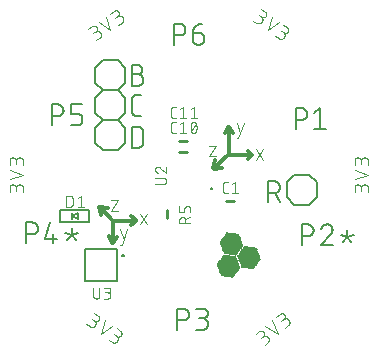
<source format=gbr>
G04 EAGLE Gerber RS-274X export*
G75*
%MOMM*%
%FSLAX34Y34*%
%LPD*%
%INSilkscreen Top*%
%IPPOS*%
%AMOC8*
5,1,8,0,0,1.08239X$1,22.5*%
G01*
%ADD10C,0.101600*%
%ADD11C,0.152400*%
%ADD12R,0.014731X0.014731*%
%ADD13R,0.147319X0.014731*%
%ADD14R,0.265175X0.014731*%
%ADD15R,0.383031X0.014731*%
%ADD16R,0.515619X0.014731*%
%ADD17R,0.633475X0.014731*%
%ADD18R,0.751331X0.014731*%
%ADD19R,0.883919X0.014731*%
%ADD20R,1.001775X0.014731*%
%ADD21R,1.119631X0.014731*%
%ADD22R,1.134363X0.014731*%
%ADD23R,1.149094X0.014731*%
%ADD24R,1.163825X0.014731*%
%ADD25R,1.178556X0.014731*%
%ADD26R,1.193288X0.014731*%
%ADD27R,1.222756X0.014731*%
%ADD28R,1.237488X0.014731*%
%ADD29R,1.266950X0.014731*%
%ADD30R,1.281681X0.014731*%
%ADD31R,1.311144X0.014731*%
%ADD32R,1.325881X0.014731*%
%ADD33R,1.355344X0.014731*%
%ADD34R,1.370075X0.014731*%
%ADD35R,1.384806X0.014731*%
%ADD36R,1.399538X0.014731*%
%ADD37R,1.414275X0.014731*%
%ADD38R,1.443738X0.014731*%
%ADD39R,1.458469X0.014731*%
%ADD40R,1.487931X0.014731*%
%ADD41R,1.502663X0.014731*%
%ADD42R,1.517394X0.014731*%
%ADD43R,1.532125X0.014731*%
%ADD44R,1.546856X0.014731*%
%ADD45R,1.576319X0.014731*%
%ADD46R,1.605788X0.014731*%
%ADD47R,1.620519X0.014731*%
%ADD48R,1.649981X0.014731*%
%ADD49R,1.664713X0.014731*%
%ADD50R,1.694175X0.014731*%
%ADD51R,1.708913X0.014731*%
%ADD52R,1.738375X0.014731*%
%ADD53R,1.753106X0.014731*%
%ADD54R,1.767838X0.014731*%
%ADD55R,1.782569X0.014731*%
%ADD56R,1.797306X0.014731*%
%ADD57R,0.117856X0.014731*%
%ADD58R,1.826769X0.014731*%
%ADD59R,0.235713X0.014731*%
%ADD60R,0.353569X0.014731*%
%ADD61R,1.856231X0.014731*%
%ADD62R,0.486156X0.014731*%
%ADD63R,1.870963X0.014731*%
%ADD64R,0.604013X0.014731*%
%ADD65R,0.721869X0.014731*%
%ADD66R,1.885694X0.014731*%
%ADD67R,0.839719X0.014731*%
%ADD68R,0.972306X0.014731*%
%ADD69R,1.090169X0.014731*%
%ADD70R,1.208025X0.014731*%
%ADD71R,1.252219X0.014731*%
%ADD72R,1.296412X0.014731*%
%ADD73R,1.340612X0.014731*%
%ADD74R,1.826763X0.014731*%
%ADD75R,1.414269X0.014731*%
%ADD76R,1.812031X0.014731*%
%ADD77R,1.429000X0.014731*%
%ADD78R,1.458462X0.014731*%
%ADD79R,1.473200X0.014731*%
%ADD80R,1.723644X0.014731*%
%ADD81R,1.694181X0.014731*%
%ADD82R,1.679450X0.014731*%
%ADD83R,1.561594X0.014731*%
%ADD84R,1.576325X0.014731*%
%ADD85R,1.591056X0.014731*%
%ADD86R,1.635250X0.014731*%
%ADD87R,1.561588X0.014731*%
%ADD88R,1.443731X0.014731*%
%ADD89R,1.797300X0.014731*%
%ADD90R,1.841500X0.014731*%
%ADD91R,1.311150X0.014731*%
%ADD92R,1.296419X0.014731*%
%ADD93R,1.193294X0.014731*%
%ADD94R,0.957575X0.014731*%
%ADD95R,0.589281X0.014731*%
%ADD96R,0.471425X0.014731*%
%ADD97R,0.220975X0.014731*%
%ADD98R,1.812038X0.014731*%
%ADD99R,0.103119X0.014731*%
%ADD100R,0.029463X0.014731*%
%ADD101R,0.162050X0.014731*%
%ADD102R,0.397763X0.014731*%
%ADD103R,0.648206X0.014731*%
%ADD104R,1.679444X0.014731*%
%ADD105R,1.016506X0.014731*%
%ADD106R,1.104900X0.014731*%
%ADD107R,1.222750X0.014731*%
%ADD108R,1.429006X0.014731*%
%ADD109R,1.208019X0.014731*%
%ADD110R,0.987044X0.014731*%
%ADD111R,0.854456X0.014731*%
%ADD112R,0.618744X0.014731*%
%ADD113R,0.500888X0.014731*%
%ADD114R,0.368300X0.014731*%
%ADD115R,0.132587X0.014731*%
%ADD116R,1.664719X0.014731*%
%ADD117R,1.075438X0.014731*%
%ADD118R,0.942844X0.014731*%
%ADD119R,0.707131X0.014731*%
%ADD120R,0.456694X0.014731*%
%ADD121R,0.088388X0.014731*%
%ADD122C,0.304800*%
%ADD123C,0.127000*%
%ADD124C,0.076200*%
%ADD125C,0.254000*%
%ADD126C,0.200000*%
%ADD127C,0.150000*%


D10*
X151892Y136137D02*
X151892Y139383D01*
X151890Y139496D01*
X151884Y139609D01*
X151874Y139722D01*
X151860Y139835D01*
X151843Y139947D01*
X151821Y140058D01*
X151796Y140168D01*
X151766Y140278D01*
X151733Y140386D01*
X151696Y140493D01*
X151656Y140599D01*
X151611Y140703D01*
X151563Y140806D01*
X151512Y140907D01*
X151457Y141006D01*
X151399Y141103D01*
X151337Y141198D01*
X151272Y141291D01*
X151204Y141381D01*
X151133Y141469D01*
X151058Y141555D01*
X150981Y141638D01*
X150901Y141718D01*
X150818Y141795D01*
X150732Y141870D01*
X150644Y141941D01*
X150554Y142009D01*
X150461Y142074D01*
X150366Y142136D01*
X150269Y142194D01*
X150170Y142249D01*
X150069Y142300D01*
X149966Y142348D01*
X149862Y142393D01*
X149756Y142433D01*
X149649Y142470D01*
X149541Y142503D01*
X149431Y142533D01*
X149321Y142558D01*
X149210Y142580D01*
X149098Y142597D01*
X148985Y142611D01*
X148872Y142621D01*
X148759Y142627D01*
X148646Y142629D01*
X148533Y142627D01*
X148420Y142621D01*
X148307Y142611D01*
X148194Y142597D01*
X148082Y142580D01*
X147971Y142558D01*
X147861Y142533D01*
X147751Y142503D01*
X147643Y142470D01*
X147536Y142433D01*
X147430Y142393D01*
X147326Y142348D01*
X147223Y142300D01*
X147122Y142249D01*
X147023Y142194D01*
X146926Y142136D01*
X146831Y142074D01*
X146738Y142009D01*
X146648Y141941D01*
X146560Y141870D01*
X146474Y141795D01*
X146391Y141718D01*
X146311Y141638D01*
X146234Y141555D01*
X146159Y141469D01*
X146088Y141381D01*
X146020Y141291D01*
X145955Y141198D01*
X145893Y141103D01*
X145835Y141006D01*
X145780Y140907D01*
X145729Y140806D01*
X145681Y140703D01*
X145636Y140599D01*
X145596Y140493D01*
X145559Y140386D01*
X145526Y140278D01*
X145496Y140168D01*
X145471Y140058D01*
X145449Y139947D01*
X145432Y139835D01*
X145418Y139722D01*
X145408Y139609D01*
X145402Y139496D01*
X145400Y139383D01*
X140208Y140032D02*
X140208Y136137D01*
X140208Y140032D02*
X140210Y140133D01*
X140216Y140233D01*
X140226Y140333D01*
X140239Y140433D01*
X140257Y140532D01*
X140278Y140631D01*
X140303Y140728D01*
X140332Y140825D01*
X140365Y140920D01*
X140401Y141014D01*
X140441Y141106D01*
X140484Y141197D01*
X140531Y141286D01*
X140581Y141373D01*
X140635Y141459D01*
X140692Y141542D01*
X140752Y141622D01*
X140815Y141701D01*
X140882Y141777D01*
X140951Y141850D01*
X141023Y141920D01*
X141097Y141988D01*
X141174Y142053D01*
X141254Y142114D01*
X141336Y142173D01*
X141420Y142228D01*
X141506Y142280D01*
X141594Y142329D01*
X141684Y142374D01*
X141776Y142416D01*
X141869Y142454D01*
X141964Y142488D01*
X142059Y142519D01*
X142156Y142546D01*
X142254Y142569D01*
X142353Y142589D01*
X142453Y142604D01*
X142553Y142616D01*
X142653Y142624D01*
X142754Y142628D01*
X142854Y142628D01*
X142955Y142624D01*
X143055Y142616D01*
X143155Y142604D01*
X143255Y142589D01*
X143354Y142569D01*
X143452Y142546D01*
X143549Y142519D01*
X143644Y142488D01*
X143739Y142454D01*
X143832Y142416D01*
X143924Y142374D01*
X144014Y142329D01*
X144102Y142280D01*
X144188Y142228D01*
X144272Y142173D01*
X144354Y142114D01*
X144434Y142053D01*
X144511Y141988D01*
X144585Y141920D01*
X144657Y141850D01*
X144726Y141777D01*
X144793Y141701D01*
X144856Y141622D01*
X144916Y141542D01*
X144973Y141459D01*
X145027Y141373D01*
X145077Y141286D01*
X145124Y141197D01*
X145167Y141106D01*
X145207Y141014D01*
X145243Y140920D01*
X145276Y140825D01*
X145305Y140728D01*
X145330Y140631D01*
X145351Y140532D01*
X145369Y140433D01*
X145382Y140333D01*
X145392Y140233D01*
X145398Y140133D01*
X145400Y140032D01*
X145401Y140032D02*
X145401Y137435D01*
X140208Y146918D02*
X151892Y150813D01*
X140208Y154707D01*
X151892Y158997D02*
X151892Y162242D01*
X151890Y162355D01*
X151884Y162468D01*
X151874Y162581D01*
X151860Y162694D01*
X151843Y162806D01*
X151821Y162917D01*
X151796Y163027D01*
X151766Y163137D01*
X151733Y163245D01*
X151696Y163352D01*
X151656Y163458D01*
X151611Y163562D01*
X151563Y163665D01*
X151512Y163766D01*
X151457Y163865D01*
X151399Y163962D01*
X151337Y164057D01*
X151272Y164150D01*
X151204Y164240D01*
X151133Y164328D01*
X151058Y164414D01*
X150981Y164497D01*
X150901Y164577D01*
X150818Y164654D01*
X150732Y164729D01*
X150644Y164800D01*
X150554Y164868D01*
X150461Y164933D01*
X150366Y164995D01*
X150269Y165053D01*
X150170Y165108D01*
X150069Y165159D01*
X149966Y165207D01*
X149862Y165252D01*
X149756Y165292D01*
X149649Y165329D01*
X149541Y165362D01*
X149431Y165392D01*
X149321Y165417D01*
X149210Y165439D01*
X149098Y165456D01*
X148985Y165470D01*
X148872Y165480D01*
X148759Y165486D01*
X148646Y165488D01*
X148533Y165486D01*
X148420Y165480D01*
X148307Y165470D01*
X148194Y165456D01*
X148082Y165439D01*
X147971Y165417D01*
X147861Y165392D01*
X147751Y165362D01*
X147643Y165329D01*
X147536Y165292D01*
X147430Y165252D01*
X147326Y165207D01*
X147223Y165159D01*
X147122Y165108D01*
X147023Y165053D01*
X146926Y164995D01*
X146831Y164933D01*
X146738Y164868D01*
X146648Y164800D01*
X146560Y164729D01*
X146474Y164654D01*
X146391Y164577D01*
X146311Y164497D01*
X146234Y164414D01*
X146159Y164328D01*
X146088Y164240D01*
X146020Y164150D01*
X145955Y164057D01*
X145893Y163962D01*
X145835Y163865D01*
X145780Y163766D01*
X145729Y163665D01*
X145681Y163562D01*
X145636Y163458D01*
X145596Y163352D01*
X145559Y163245D01*
X145526Y163137D01*
X145496Y163027D01*
X145471Y162917D01*
X145449Y162806D01*
X145432Y162694D01*
X145418Y162581D01*
X145408Y162468D01*
X145402Y162355D01*
X145400Y162242D01*
X140208Y162892D02*
X140208Y158997D01*
X140208Y162892D02*
X140210Y162993D01*
X140216Y163093D01*
X140226Y163193D01*
X140239Y163293D01*
X140257Y163392D01*
X140278Y163491D01*
X140303Y163588D01*
X140332Y163685D01*
X140365Y163780D01*
X140401Y163874D01*
X140441Y163966D01*
X140484Y164057D01*
X140531Y164146D01*
X140581Y164233D01*
X140635Y164319D01*
X140692Y164402D01*
X140752Y164482D01*
X140815Y164561D01*
X140882Y164637D01*
X140951Y164710D01*
X141023Y164780D01*
X141097Y164848D01*
X141174Y164913D01*
X141254Y164974D01*
X141336Y165033D01*
X141420Y165088D01*
X141506Y165140D01*
X141594Y165189D01*
X141684Y165234D01*
X141776Y165276D01*
X141869Y165314D01*
X141964Y165348D01*
X142059Y165379D01*
X142156Y165406D01*
X142254Y165429D01*
X142353Y165449D01*
X142453Y165464D01*
X142553Y165476D01*
X142653Y165484D01*
X142754Y165488D01*
X142854Y165488D01*
X142955Y165484D01*
X143055Y165476D01*
X143155Y165464D01*
X143255Y165449D01*
X143354Y165429D01*
X143452Y165406D01*
X143549Y165379D01*
X143644Y165348D01*
X143739Y165314D01*
X143832Y165276D01*
X143924Y165234D01*
X144014Y165189D01*
X144102Y165140D01*
X144188Y165088D01*
X144272Y165033D01*
X144354Y164974D01*
X144434Y164913D01*
X144511Y164848D01*
X144585Y164780D01*
X144657Y164710D01*
X144726Y164637D01*
X144793Y164561D01*
X144856Y164482D01*
X144916Y164402D01*
X144973Y164319D01*
X145027Y164233D01*
X145077Y164146D01*
X145124Y164057D01*
X145167Y163966D01*
X145207Y163874D01*
X145243Y163780D01*
X145276Y163685D01*
X145305Y163588D01*
X145330Y163491D01*
X145351Y163392D01*
X145369Y163293D01*
X145382Y163193D01*
X145392Y163093D01*
X145398Y162993D01*
X145400Y162892D01*
X145401Y162892D02*
X145401Y160295D01*
X66437Y8815D02*
X63951Y6729D01*
X66437Y8814D02*
X66523Y8889D01*
X66606Y8966D01*
X66686Y9046D01*
X66763Y9129D01*
X66838Y9214D01*
X66909Y9303D01*
X66977Y9393D01*
X67042Y9486D01*
X67104Y9581D01*
X67162Y9678D01*
X67217Y9777D01*
X67268Y9878D01*
X67316Y9981D01*
X67361Y10085D01*
X67401Y10191D01*
X67438Y10298D01*
X67471Y10406D01*
X67501Y10516D01*
X67526Y10626D01*
X67548Y10737D01*
X67565Y10849D01*
X67579Y10962D01*
X67589Y11075D01*
X67595Y11188D01*
X67597Y11301D01*
X67595Y11414D01*
X67589Y11527D01*
X67579Y11640D01*
X67565Y11753D01*
X67548Y11865D01*
X67526Y11976D01*
X67501Y12086D01*
X67471Y12196D01*
X67438Y12304D01*
X67401Y12411D01*
X67361Y12517D01*
X67316Y12621D01*
X67268Y12724D01*
X67217Y12825D01*
X67162Y12924D01*
X67104Y13021D01*
X67042Y13116D01*
X66977Y13209D01*
X66909Y13299D01*
X66838Y13387D01*
X66763Y13473D01*
X66686Y13556D01*
X66606Y13636D01*
X66523Y13713D01*
X66437Y13788D01*
X66349Y13859D01*
X66259Y13927D01*
X66166Y13992D01*
X66071Y14054D01*
X65974Y14112D01*
X65875Y14167D01*
X65774Y14218D01*
X65671Y14266D01*
X65567Y14311D01*
X65461Y14351D01*
X65354Y14388D01*
X65246Y14421D01*
X65136Y14451D01*
X65026Y14476D01*
X64915Y14498D01*
X64803Y14515D01*
X64690Y14529D01*
X64577Y14539D01*
X64464Y14545D01*
X64351Y14547D01*
X64238Y14545D01*
X64125Y14539D01*
X64012Y14529D01*
X63899Y14515D01*
X63787Y14498D01*
X63676Y14476D01*
X63566Y14451D01*
X63456Y14421D01*
X63348Y14388D01*
X63241Y14351D01*
X63135Y14311D01*
X63031Y14266D01*
X62928Y14218D01*
X62827Y14167D01*
X62728Y14112D01*
X62631Y14054D01*
X62536Y13992D01*
X62443Y13927D01*
X62353Y13859D01*
X62264Y13788D01*
X59424Y18183D02*
X56440Y15679D01*
X59424Y18183D02*
X59503Y18246D01*
X59583Y18306D01*
X59666Y18363D01*
X59752Y18417D01*
X59839Y18467D01*
X59928Y18514D01*
X60019Y18557D01*
X60111Y18597D01*
X60205Y18633D01*
X60300Y18666D01*
X60397Y18695D01*
X60494Y18720D01*
X60593Y18741D01*
X60692Y18759D01*
X60792Y18772D01*
X60892Y18782D01*
X60992Y18788D01*
X61093Y18790D01*
X61194Y18788D01*
X61294Y18782D01*
X61394Y18772D01*
X61494Y18759D01*
X61593Y18741D01*
X61692Y18720D01*
X61789Y18695D01*
X61886Y18666D01*
X61981Y18633D01*
X62075Y18597D01*
X62167Y18557D01*
X62258Y18514D01*
X62347Y18467D01*
X62434Y18417D01*
X62520Y18363D01*
X62603Y18306D01*
X62683Y18246D01*
X62762Y18183D01*
X62838Y18116D01*
X62911Y18047D01*
X62981Y17975D01*
X63049Y17901D01*
X63114Y17824D01*
X63175Y17744D01*
X63234Y17662D01*
X63289Y17578D01*
X63341Y17492D01*
X63390Y17404D01*
X63435Y17314D01*
X63477Y17222D01*
X63515Y17129D01*
X63549Y17034D01*
X63580Y16939D01*
X63607Y16842D01*
X63630Y16744D01*
X63650Y16645D01*
X63665Y16545D01*
X63677Y16445D01*
X63685Y16345D01*
X63689Y16244D01*
X63689Y16144D01*
X63685Y16043D01*
X63677Y15943D01*
X63665Y15843D01*
X63650Y15743D01*
X63630Y15644D01*
X63607Y15546D01*
X63580Y15449D01*
X63549Y15354D01*
X63515Y15259D01*
X63477Y15166D01*
X63435Y15074D01*
X63390Y14984D01*
X63341Y14896D01*
X63289Y14810D01*
X63234Y14726D01*
X63175Y14644D01*
X63114Y14564D01*
X63049Y14487D01*
X62981Y14413D01*
X62911Y14341D01*
X62838Y14272D01*
X62762Y14205D01*
X60773Y12536D01*
X64699Y22609D02*
X75193Y16162D01*
X70666Y27616D01*
X81462Y21423D02*
X83948Y23509D01*
X83948Y23508D02*
X84034Y23583D01*
X84117Y23660D01*
X84197Y23740D01*
X84274Y23823D01*
X84349Y23908D01*
X84420Y23997D01*
X84488Y24087D01*
X84553Y24180D01*
X84615Y24275D01*
X84673Y24372D01*
X84728Y24471D01*
X84779Y24572D01*
X84827Y24675D01*
X84872Y24779D01*
X84912Y24885D01*
X84949Y24992D01*
X84982Y25100D01*
X85012Y25210D01*
X85037Y25320D01*
X85059Y25431D01*
X85076Y25543D01*
X85090Y25656D01*
X85100Y25769D01*
X85106Y25882D01*
X85108Y25995D01*
X85106Y26108D01*
X85100Y26221D01*
X85090Y26334D01*
X85076Y26447D01*
X85059Y26559D01*
X85037Y26670D01*
X85012Y26780D01*
X84982Y26890D01*
X84949Y26998D01*
X84912Y27105D01*
X84872Y27211D01*
X84827Y27315D01*
X84779Y27418D01*
X84728Y27519D01*
X84673Y27618D01*
X84615Y27715D01*
X84553Y27810D01*
X84488Y27903D01*
X84420Y27993D01*
X84349Y28081D01*
X84274Y28167D01*
X84197Y28250D01*
X84117Y28330D01*
X84034Y28407D01*
X83948Y28482D01*
X83860Y28553D01*
X83770Y28621D01*
X83677Y28686D01*
X83582Y28748D01*
X83485Y28806D01*
X83386Y28861D01*
X83285Y28912D01*
X83182Y28960D01*
X83078Y29005D01*
X82972Y29045D01*
X82865Y29082D01*
X82757Y29115D01*
X82647Y29145D01*
X82537Y29170D01*
X82426Y29192D01*
X82314Y29209D01*
X82201Y29223D01*
X82088Y29233D01*
X81975Y29239D01*
X81862Y29241D01*
X81749Y29239D01*
X81636Y29233D01*
X81523Y29223D01*
X81410Y29209D01*
X81298Y29192D01*
X81187Y29170D01*
X81077Y29145D01*
X80967Y29115D01*
X80859Y29082D01*
X80752Y29045D01*
X80646Y29005D01*
X80542Y28960D01*
X80439Y28912D01*
X80338Y28861D01*
X80239Y28806D01*
X80142Y28748D01*
X80047Y28686D01*
X79954Y28621D01*
X79864Y28553D01*
X79775Y28482D01*
X76935Y32877D02*
X73952Y30373D01*
X76935Y32877D02*
X77014Y32940D01*
X77094Y33000D01*
X77177Y33057D01*
X77263Y33111D01*
X77350Y33161D01*
X77439Y33208D01*
X77530Y33251D01*
X77622Y33291D01*
X77716Y33327D01*
X77811Y33360D01*
X77908Y33389D01*
X78005Y33414D01*
X78104Y33435D01*
X78203Y33453D01*
X78303Y33466D01*
X78403Y33476D01*
X78503Y33482D01*
X78604Y33484D01*
X78705Y33482D01*
X78805Y33476D01*
X78905Y33466D01*
X79005Y33453D01*
X79104Y33435D01*
X79203Y33414D01*
X79300Y33389D01*
X79397Y33360D01*
X79492Y33327D01*
X79586Y33291D01*
X79678Y33251D01*
X79769Y33208D01*
X79858Y33161D01*
X79945Y33111D01*
X80031Y33057D01*
X80114Y33000D01*
X80194Y32940D01*
X80273Y32877D01*
X80349Y32810D01*
X80422Y32741D01*
X80492Y32669D01*
X80560Y32595D01*
X80625Y32518D01*
X80686Y32438D01*
X80745Y32356D01*
X80800Y32272D01*
X80852Y32186D01*
X80901Y32098D01*
X80946Y32008D01*
X80988Y31916D01*
X81026Y31823D01*
X81060Y31728D01*
X81091Y31633D01*
X81118Y31536D01*
X81141Y31438D01*
X81161Y31339D01*
X81176Y31239D01*
X81188Y31139D01*
X81196Y31039D01*
X81200Y30938D01*
X81200Y30838D01*
X81196Y30737D01*
X81188Y30637D01*
X81176Y30537D01*
X81161Y30437D01*
X81141Y30338D01*
X81118Y30240D01*
X81091Y30143D01*
X81060Y30048D01*
X81026Y29953D01*
X80988Y29860D01*
X80946Y29768D01*
X80901Y29678D01*
X80852Y29590D01*
X80800Y29504D01*
X80745Y29420D01*
X80686Y29338D01*
X80625Y29258D01*
X80560Y29181D01*
X80492Y29107D01*
X80422Y29035D01*
X80349Y28966D01*
X80273Y28899D01*
X78284Y27230D01*
X-84151Y22408D02*
X-86810Y24270D01*
X-84152Y22408D02*
X-84058Y22345D01*
X-83962Y22285D01*
X-83864Y22228D01*
X-83764Y22175D01*
X-83662Y22125D01*
X-83558Y22079D01*
X-83453Y22037D01*
X-83347Y21998D01*
X-83239Y21963D01*
X-83130Y21932D01*
X-83020Y21904D01*
X-82909Y21881D01*
X-82798Y21861D01*
X-82686Y21845D01*
X-82573Y21833D01*
X-82460Y21825D01*
X-82347Y21821D01*
X-82233Y21821D01*
X-82120Y21825D01*
X-82007Y21833D01*
X-81894Y21845D01*
X-81782Y21861D01*
X-81671Y21881D01*
X-81560Y21904D01*
X-81450Y21932D01*
X-81341Y21963D01*
X-81233Y21998D01*
X-81127Y22037D01*
X-81022Y22079D01*
X-80918Y22125D01*
X-80816Y22175D01*
X-80716Y22228D01*
X-80618Y22285D01*
X-80522Y22345D01*
X-80428Y22408D01*
X-80337Y22475D01*
X-80247Y22544D01*
X-80160Y22617D01*
X-80076Y22693D01*
X-79995Y22772D01*
X-79916Y22853D01*
X-79840Y22937D01*
X-79767Y23024D01*
X-79698Y23114D01*
X-79631Y23205D01*
X-79568Y23299D01*
X-79508Y23395D01*
X-79451Y23493D01*
X-79398Y23593D01*
X-79348Y23695D01*
X-79302Y23799D01*
X-79260Y23904D01*
X-79221Y24010D01*
X-79186Y24118D01*
X-79155Y24227D01*
X-79127Y24337D01*
X-79104Y24448D01*
X-79084Y24559D01*
X-79068Y24671D01*
X-79056Y24784D01*
X-79048Y24897D01*
X-79044Y25010D01*
X-79044Y25124D01*
X-79048Y25237D01*
X-79056Y25350D01*
X-79068Y25463D01*
X-79084Y25575D01*
X-79104Y25686D01*
X-79127Y25797D01*
X-79155Y25907D01*
X-79186Y26016D01*
X-79221Y26124D01*
X-79260Y26230D01*
X-79302Y26335D01*
X-79348Y26439D01*
X-79398Y26541D01*
X-79451Y26641D01*
X-79508Y26739D01*
X-79568Y26835D01*
X-79631Y26929D01*
X-79698Y27020D01*
X-79767Y27110D01*
X-79840Y27197D01*
X-79916Y27281D01*
X-79995Y27362D01*
X-80076Y27441D01*
X-80160Y27517D01*
X-80247Y27590D01*
X-80336Y27659D01*
X-80428Y27726D01*
X-76918Y31607D02*
X-80108Y33840D01*
X-76918Y31607D02*
X-76837Y31547D01*
X-76758Y31485D01*
X-76681Y31419D01*
X-76607Y31351D01*
X-76536Y31280D01*
X-76468Y31206D01*
X-76402Y31129D01*
X-76340Y31050D01*
X-76280Y30969D01*
X-76224Y30885D01*
X-76171Y30800D01*
X-76122Y30712D01*
X-76076Y30623D01*
X-76033Y30531D01*
X-75994Y30438D01*
X-75959Y30344D01*
X-75927Y30249D01*
X-75899Y30152D01*
X-75875Y30054D01*
X-75855Y29956D01*
X-75838Y29856D01*
X-75826Y29756D01*
X-75817Y29656D01*
X-75812Y29555D01*
X-75811Y29455D01*
X-75814Y29354D01*
X-75821Y29254D01*
X-75832Y29154D01*
X-75846Y29054D01*
X-75865Y28955D01*
X-75887Y28857D01*
X-75913Y28760D01*
X-75943Y28663D01*
X-75976Y28569D01*
X-76013Y28475D01*
X-76054Y28383D01*
X-76099Y28292D01*
X-76146Y28204D01*
X-76198Y28117D01*
X-76252Y28033D01*
X-76310Y27950D01*
X-76371Y27870D01*
X-76435Y27792D01*
X-76502Y27717D01*
X-76571Y27644D01*
X-76644Y27575D01*
X-76719Y27508D01*
X-76797Y27444D01*
X-76877Y27383D01*
X-76960Y27325D01*
X-77044Y27271D01*
X-77131Y27219D01*
X-77219Y27172D01*
X-77310Y27127D01*
X-77402Y27086D01*
X-77495Y27049D01*
X-77590Y27016D01*
X-77687Y26986D01*
X-77784Y26960D01*
X-77882Y26938D01*
X-77981Y26919D01*
X-78081Y26905D01*
X-78181Y26894D01*
X-78281Y26887D01*
X-78382Y26884D01*
X-78482Y26885D01*
X-78583Y26890D01*
X-78683Y26899D01*
X-78783Y26911D01*
X-78883Y26928D01*
X-78981Y26948D01*
X-79079Y26972D01*
X-79176Y27000D01*
X-79271Y27032D01*
X-79365Y27067D01*
X-79458Y27106D01*
X-79550Y27149D01*
X-79639Y27195D01*
X-79727Y27244D01*
X-79812Y27297D01*
X-79896Y27353D01*
X-82023Y28842D01*
X-71277Y27657D02*
X-74788Y15852D01*
X-64896Y23189D01*
X-68084Y11158D02*
X-65425Y9296D01*
X-65426Y9296D02*
X-65332Y9233D01*
X-65236Y9173D01*
X-65138Y9116D01*
X-65038Y9063D01*
X-64936Y9013D01*
X-64832Y8967D01*
X-64727Y8925D01*
X-64621Y8886D01*
X-64513Y8851D01*
X-64404Y8820D01*
X-64294Y8792D01*
X-64183Y8769D01*
X-64072Y8749D01*
X-63960Y8733D01*
X-63847Y8721D01*
X-63734Y8713D01*
X-63621Y8709D01*
X-63507Y8709D01*
X-63394Y8713D01*
X-63281Y8721D01*
X-63168Y8733D01*
X-63056Y8749D01*
X-62945Y8769D01*
X-62834Y8792D01*
X-62724Y8820D01*
X-62615Y8851D01*
X-62507Y8886D01*
X-62401Y8925D01*
X-62296Y8967D01*
X-62192Y9013D01*
X-62090Y9063D01*
X-61990Y9116D01*
X-61892Y9173D01*
X-61796Y9233D01*
X-61702Y9296D01*
X-61611Y9363D01*
X-61521Y9432D01*
X-61434Y9505D01*
X-61350Y9581D01*
X-61269Y9660D01*
X-61190Y9741D01*
X-61114Y9825D01*
X-61041Y9912D01*
X-60972Y10002D01*
X-60905Y10093D01*
X-60842Y10187D01*
X-60782Y10283D01*
X-60725Y10381D01*
X-60672Y10481D01*
X-60622Y10583D01*
X-60576Y10687D01*
X-60534Y10792D01*
X-60495Y10898D01*
X-60460Y11006D01*
X-60429Y11115D01*
X-60401Y11225D01*
X-60378Y11336D01*
X-60358Y11447D01*
X-60342Y11559D01*
X-60330Y11672D01*
X-60322Y11785D01*
X-60318Y11898D01*
X-60318Y12012D01*
X-60322Y12125D01*
X-60330Y12238D01*
X-60342Y12351D01*
X-60358Y12463D01*
X-60378Y12574D01*
X-60401Y12685D01*
X-60429Y12795D01*
X-60460Y12904D01*
X-60495Y13012D01*
X-60534Y13118D01*
X-60576Y13223D01*
X-60622Y13327D01*
X-60672Y13429D01*
X-60725Y13529D01*
X-60782Y13627D01*
X-60842Y13723D01*
X-60905Y13817D01*
X-60972Y13908D01*
X-61041Y13998D01*
X-61114Y14085D01*
X-61190Y14169D01*
X-61269Y14250D01*
X-61350Y14329D01*
X-61434Y14405D01*
X-61521Y14478D01*
X-61610Y14547D01*
X-61702Y14614D01*
X-58192Y18495D02*
X-61382Y20728D01*
X-58192Y18495D02*
X-58111Y18435D01*
X-58032Y18373D01*
X-57955Y18307D01*
X-57881Y18239D01*
X-57810Y18168D01*
X-57742Y18094D01*
X-57676Y18017D01*
X-57614Y17938D01*
X-57554Y17857D01*
X-57498Y17773D01*
X-57445Y17688D01*
X-57396Y17600D01*
X-57350Y17511D01*
X-57307Y17419D01*
X-57268Y17326D01*
X-57233Y17232D01*
X-57201Y17137D01*
X-57173Y17040D01*
X-57149Y16942D01*
X-57129Y16844D01*
X-57112Y16744D01*
X-57100Y16644D01*
X-57091Y16544D01*
X-57086Y16443D01*
X-57085Y16343D01*
X-57088Y16242D01*
X-57095Y16142D01*
X-57106Y16042D01*
X-57120Y15942D01*
X-57139Y15843D01*
X-57161Y15745D01*
X-57187Y15648D01*
X-57217Y15551D01*
X-57250Y15457D01*
X-57287Y15363D01*
X-57328Y15271D01*
X-57373Y15180D01*
X-57420Y15092D01*
X-57472Y15005D01*
X-57526Y14921D01*
X-57584Y14838D01*
X-57645Y14758D01*
X-57709Y14680D01*
X-57776Y14605D01*
X-57845Y14532D01*
X-57918Y14463D01*
X-57993Y14396D01*
X-58071Y14332D01*
X-58151Y14271D01*
X-58234Y14213D01*
X-58318Y14159D01*
X-58405Y14107D01*
X-58493Y14060D01*
X-58584Y14015D01*
X-58676Y13974D01*
X-58769Y13937D01*
X-58864Y13904D01*
X-58961Y13874D01*
X-59058Y13848D01*
X-59156Y13826D01*
X-59255Y13807D01*
X-59355Y13793D01*
X-59455Y13782D01*
X-59555Y13775D01*
X-59656Y13772D01*
X-59756Y13773D01*
X-59857Y13778D01*
X-59957Y13787D01*
X-60057Y13799D01*
X-60157Y13816D01*
X-60255Y13836D01*
X-60353Y13860D01*
X-60450Y13888D01*
X-60545Y13920D01*
X-60639Y13955D01*
X-60732Y13994D01*
X-60824Y14037D01*
X-60913Y14083D01*
X-61001Y14132D01*
X-61086Y14185D01*
X-61170Y14241D01*
X-63297Y15730D01*
X-140208Y136137D02*
X-140208Y139383D01*
X-140210Y139496D01*
X-140216Y139609D01*
X-140226Y139722D01*
X-140240Y139835D01*
X-140257Y139947D01*
X-140279Y140058D01*
X-140304Y140168D01*
X-140334Y140278D01*
X-140367Y140386D01*
X-140404Y140493D01*
X-140444Y140599D01*
X-140489Y140703D01*
X-140537Y140806D01*
X-140588Y140907D01*
X-140643Y141006D01*
X-140701Y141103D01*
X-140763Y141198D01*
X-140828Y141291D01*
X-140896Y141381D01*
X-140967Y141469D01*
X-141042Y141555D01*
X-141119Y141638D01*
X-141199Y141718D01*
X-141282Y141795D01*
X-141368Y141870D01*
X-141456Y141941D01*
X-141546Y142009D01*
X-141639Y142074D01*
X-141734Y142136D01*
X-141831Y142194D01*
X-141930Y142249D01*
X-142031Y142300D01*
X-142134Y142348D01*
X-142238Y142393D01*
X-142344Y142433D01*
X-142451Y142470D01*
X-142559Y142503D01*
X-142669Y142533D01*
X-142779Y142558D01*
X-142890Y142580D01*
X-143002Y142597D01*
X-143115Y142611D01*
X-143228Y142621D01*
X-143341Y142627D01*
X-143454Y142629D01*
X-143567Y142627D01*
X-143680Y142621D01*
X-143793Y142611D01*
X-143906Y142597D01*
X-144018Y142580D01*
X-144129Y142558D01*
X-144239Y142533D01*
X-144349Y142503D01*
X-144457Y142470D01*
X-144564Y142433D01*
X-144670Y142393D01*
X-144774Y142348D01*
X-144877Y142300D01*
X-144978Y142249D01*
X-145077Y142194D01*
X-145174Y142136D01*
X-145269Y142074D01*
X-145362Y142009D01*
X-145452Y141941D01*
X-145540Y141870D01*
X-145626Y141795D01*
X-145709Y141718D01*
X-145789Y141638D01*
X-145866Y141555D01*
X-145941Y141469D01*
X-146012Y141381D01*
X-146080Y141291D01*
X-146145Y141198D01*
X-146207Y141103D01*
X-146265Y141006D01*
X-146320Y140907D01*
X-146371Y140806D01*
X-146419Y140703D01*
X-146464Y140599D01*
X-146504Y140493D01*
X-146541Y140386D01*
X-146574Y140278D01*
X-146604Y140168D01*
X-146629Y140058D01*
X-146651Y139947D01*
X-146668Y139835D01*
X-146682Y139722D01*
X-146692Y139609D01*
X-146698Y139496D01*
X-146700Y139383D01*
X-151892Y140032D02*
X-151892Y136137D01*
X-151892Y140032D02*
X-151890Y140133D01*
X-151884Y140233D01*
X-151874Y140333D01*
X-151861Y140433D01*
X-151843Y140532D01*
X-151822Y140631D01*
X-151797Y140728D01*
X-151768Y140825D01*
X-151735Y140920D01*
X-151699Y141014D01*
X-151659Y141106D01*
X-151616Y141197D01*
X-151569Y141286D01*
X-151519Y141373D01*
X-151465Y141459D01*
X-151408Y141542D01*
X-151348Y141622D01*
X-151285Y141701D01*
X-151218Y141777D01*
X-151149Y141850D01*
X-151077Y141920D01*
X-151003Y141988D01*
X-150926Y142053D01*
X-150846Y142114D01*
X-150764Y142173D01*
X-150680Y142228D01*
X-150594Y142280D01*
X-150506Y142329D01*
X-150416Y142374D01*
X-150324Y142416D01*
X-150231Y142454D01*
X-150136Y142488D01*
X-150041Y142519D01*
X-149944Y142546D01*
X-149846Y142569D01*
X-149747Y142589D01*
X-149647Y142604D01*
X-149547Y142616D01*
X-149447Y142624D01*
X-149346Y142628D01*
X-149246Y142628D01*
X-149145Y142624D01*
X-149045Y142616D01*
X-148945Y142604D01*
X-148845Y142589D01*
X-148746Y142569D01*
X-148648Y142546D01*
X-148551Y142519D01*
X-148456Y142488D01*
X-148361Y142454D01*
X-148268Y142416D01*
X-148176Y142374D01*
X-148086Y142329D01*
X-147998Y142280D01*
X-147912Y142228D01*
X-147828Y142173D01*
X-147746Y142114D01*
X-147666Y142053D01*
X-147589Y141988D01*
X-147515Y141920D01*
X-147443Y141850D01*
X-147374Y141777D01*
X-147307Y141701D01*
X-147244Y141622D01*
X-147184Y141542D01*
X-147127Y141459D01*
X-147073Y141373D01*
X-147023Y141286D01*
X-146976Y141197D01*
X-146933Y141106D01*
X-146893Y141014D01*
X-146857Y140920D01*
X-146824Y140825D01*
X-146795Y140728D01*
X-146770Y140631D01*
X-146749Y140532D01*
X-146731Y140433D01*
X-146718Y140333D01*
X-146708Y140233D01*
X-146702Y140133D01*
X-146700Y140032D01*
X-146699Y140032D02*
X-146699Y137435D01*
X-151892Y146918D02*
X-140208Y150813D01*
X-151892Y154707D01*
X-140208Y158997D02*
X-140208Y162242D01*
X-140210Y162355D01*
X-140216Y162468D01*
X-140226Y162581D01*
X-140240Y162694D01*
X-140257Y162806D01*
X-140279Y162917D01*
X-140304Y163027D01*
X-140334Y163137D01*
X-140367Y163245D01*
X-140404Y163352D01*
X-140444Y163458D01*
X-140489Y163562D01*
X-140537Y163665D01*
X-140588Y163766D01*
X-140643Y163865D01*
X-140701Y163962D01*
X-140763Y164057D01*
X-140828Y164150D01*
X-140896Y164240D01*
X-140967Y164328D01*
X-141042Y164414D01*
X-141119Y164497D01*
X-141199Y164577D01*
X-141282Y164654D01*
X-141368Y164729D01*
X-141456Y164800D01*
X-141546Y164868D01*
X-141639Y164933D01*
X-141734Y164995D01*
X-141831Y165053D01*
X-141930Y165108D01*
X-142031Y165159D01*
X-142134Y165207D01*
X-142238Y165252D01*
X-142344Y165292D01*
X-142451Y165329D01*
X-142559Y165362D01*
X-142669Y165392D01*
X-142779Y165417D01*
X-142890Y165439D01*
X-143002Y165456D01*
X-143115Y165470D01*
X-143228Y165480D01*
X-143341Y165486D01*
X-143454Y165488D01*
X-143567Y165486D01*
X-143680Y165480D01*
X-143793Y165470D01*
X-143906Y165456D01*
X-144018Y165439D01*
X-144129Y165417D01*
X-144239Y165392D01*
X-144349Y165362D01*
X-144457Y165329D01*
X-144564Y165292D01*
X-144670Y165252D01*
X-144774Y165207D01*
X-144877Y165159D01*
X-144978Y165108D01*
X-145077Y165053D01*
X-145174Y164995D01*
X-145269Y164933D01*
X-145362Y164868D01*
X-145452Y164800D01*
X-145540Y164729D01*
X-145626Y164654D01*
X-145709Y164577D01*
X-145789Y164497D01*
X-145866Y164414D01*
X-145941Y164328D01*
X-146012Y164240D01*
X-146080Y164150D01*
X-146145Y164057D01*
X-146207Y163962D01*
X-146265Y163865D01*
X-146320Y163766D01*
X-146371Y163665D01*
X-146419Y163562D01*
X-146464Y163458D01*
X-146504Y163352D01*
X-146541Y163245D01*
X-146574Y163137D01*
X-146604Y163027D01*
X-146629Y162917D01*
X-146651Y162806D01*
X-146668Y162694D01*
X-146682Y162581D01*
X-146692Y162468D01*
X-146698Y162355D01*
X-146700Y162242D01*
X-151892Y162892D02*
X-151892Y158997D01*
X-151892Y162892D02*
X-151890Y162993D01*
X-151884Y163093D01*
X-151874Y163193D01*
X-151861Y163293D01*
X-151843Y163392D01*
X-151822Y163491D01*
X-151797Y163588D01*
X-151768Y163685D01*
X-151735Y163780D01*
X-151699Y163874D01*
X-151659Y163966D01*
X-151616Y164057D01*
X-151569Y164146D01*
X-151519Y164233D01*
X-151465Y164319D01*
X-151408Y164402D01*
X-151348Y164482D01*
X-151285Y164561D01*
X-151218Y164637D01*
X-151149Y164710D01*
X-151077Y164780D01*
X-151003Y164848D01*
X-150926Y164913D01*
X-150846Y164974D01*
X-150764Y165033D01*
X-150680Y165088D01*
X-150594Y165140D01*
X-150506Y165189D01*
X-150416Y165234D01*
X-150324Y165276D01*
X-150231Y165314D01*
X-150136Y165348D01*
X-150041Y165379D01*
X-149944Y165406D01*
X-149846Y165429D01*
X-149747Y165449D01*
X-149647Y165464D01*
X-149547Y165476D01*
X-149447Y165484D01*
X-149346Y165488D01*
X-149246Y165488D01*
X-149145Y165484D01*
X-149045Y165476D01*
X-148945Y165464D01*
X-148845Y165449D01*
X-148746Y165429D01*
X-148648Y165406D01*
X-148551Y165379D01*
X-148456Y165348D01*
X-148361Y165314D01*
X-148268Y165276D01*
X-148176Y165234D01*
X-148086Y165189D01*
X-147998Y165140D01*
X-147912Y165088D01*
X-147828Y165033D01*
X-147746Y164974D01*
X-147666Y164913D01*
X-147589Y164848D01*
X-147515Y164780D01*
X-147443Y164710D01*
X-147374Y164637D01*
X-147307Y164561D01*
X-147244Y164482D01*
X-147184Y164402D01*
X-147127Y164319D01*
X-147073Y164233D01*
X-147023Y164146D01*
X-146976Y164057D01*
X-146933Y163966D01*
X-146893Y163874D01*
X-146857Y163780D01*
X-146824Y163685D01*
X-146795Y163588D01*
X-146770Y163491D01*
X-146749Y163392D01*
X-146731Y163293D01*
X-146718Y163193D01*
X-146708Y163093D01*
X-146702Y162993D01*
X-146700Y162892D01*
X-146699Y162892D02*
X-146699Y160295D01*
D11*
X90251Y189548D02*
X90251Y207328D01*
X95190Y207328D01*
X95330Y207326D01*
X95469Y207320D01*
X95609Y207310D01*
X95748Y207296D01*
X95887Y207279D01*
X96025Y207257D01*
X96162Y207231D01*
X96299Y207202D01*
X96435Y207169D01*
X96569Y207132D01*
X96703Y207091D01*
X96835Y207046D01*
X96967Y206997D01*
X97096Y206945D01*
X97224Y206890D01*
X97351Y206830D01*
X97476Y206767D01*
X97599Y206701D01*
X97720Y206631D01*
X97839Y206558D01*
X97956Y206481D01*
X98070Y206401D01*
X98183Y206318D01*
X98293Y206232D01*
X98400Y206142D01*
X98505Y206050D01*
X98607Y205955D01*
X98707Y205857D01*
X98804Y205756D01*
X98898Y205652D01*
X98988Y205546D01*
X99076Y205437D01*
X99161Y205326D01*
X99242Y205212D01*
X99321Y205097D01*
X99396Y204979D01*
X99467Y204859D01*
X99535Y204736D01*
X99600Y204613D01*
X99661Y204487D01*
X99719Y204359D01*
X99773Y204231D01*
X99823Y204100D01*
X99870Y203968D01*
X99913Y203835D01*
X99952Y203701D01*
X99987Y203566D01*
X100018Y203430D01*
X100046Y203292D01*
X100069Y203155D01*
X100089Y203016D01*
X100105Y202877D01*
X100117Y202738D01*
X100125Y202599D01*
X100129Y202459D01*
X100129Y202319D01*
X100125Y202179D01*
X100117Y202040D01*
X100105Y201901D01*
X100089Y201762D01*
X100069Y201623D01*
X100046Y201486D01*
X100018Y201348D01*
X99987Y201212D01*
X99952Y201077D01*
X99913Y200943D01*
X99870Y200810D01*
X99823Y200678D01*
X99773Y200547D01*
X99719Y200419D01*
X99661Y200291D01*
X99600Y200165D01*
X99535Y200042D01*
X99467Y199920D01*
X99396Y199799D01*
X99321Y199681D01*
X99242Y199566D01*
X99161Y199452D01*
X99076Y199341D01*
X98988Y199232D01*
X98898Y199126D01*
X98804Y199022D01*
X98707Y198921D01*
X98607Y198823D01*
X98505Y198728D01*
X98400Y198636D01*
X98293Y198546D01*
X98183Y198460D01*
X98070Y198377D01*
X97956Y198297D01*
X97839Y198220D01*
X97720Y198147D01*
X97599Y198077D01*
X97476Y198011D01*
X97351Y197948D01*
X97224Y197888D01*
X97096Y197833D01*
X96967Y197781D01*
X96835Y197732D01*
X96703Y197687D01*
X96569Y197646D01*
X96435Y197609D01*
X96299Y197576D01*
X96162Y197547D01*
X96025Y197521D01*
X95887Y197499D01*
X95748Y197482D01*
X95609Y197468D01*
X95469Y197458D01*
X95330Y197452D01*
X95190Y197450D01*
X90251Y197450D01*
X106246Y203376D02*
X111185Y207328D01*
X111185Y189548D01*
X106246Y189548D02*
X116124Y189548D01*
X95637Y108903D02*
X95637Y91123D01*
X95637Y108903D02*
X100576Y108903D01*
X100716Y108901D01*
X100855Y108895D01*
X100995Y108885D01*
X101134Y108871D01*
X101273Y108854D01*
X101411Y108832D01*
X101548Y108806D01*
X101685Y108777D01*
X101821Y108744D01*
X101955Y108707D01*
X102089Y108666D01*
X102221Y108621D01*
X102353Y108572D01*
X102482Y108520D01*
X102610Y108465D01*
X102737Y108405D01*
X102862Y108342D01*
X102985Y108276D01*
X103106Y108206D01*
X103225Y108133D01*
X103342Y108056D01*
X103456Y107976D01*
X103569Y107893D01*
X103679Y107807D01*
X103786Y107717D01*
X103891Y107625D01*
X103993Y107530D01*
X104093Y107432D01*
X104190Y107331D01*
X104284Y107227D01*
X104374Y107121D01*
X104462Y107012D01*
X104547Y106901D01*
X104628Y106787D01*
X104707Y106672D01*
X104782Y106554D01*
X104853Y106434D01*
X104921Y106311D01*
X104986Y106188D01*
X105047Y106062D01*
X105105Y105934D01*
X105159Y105806D01*
X105209Y105675D01*
X105256Y105543D01*
X105299Y105410D01*
X105338Y105276D01*
X105373Y105141D01*
X105404Y105005D01*
X105432Y104867D01*
X105455Y104730D01*
X105475Y104591D01*
X105491Y104452D01*
X105503Y104313D01*
X105511Y104174D01*
X105515Y104034D01*
X105515Y103894D01*
X105511Y103754D01*
X105503Y103615D01*
X105491Y103476D01*
X105475Y103337D01*
X105455Y103198D01*
X105432Y103061D01*
X105404Y102923D01*
X105373Y102787D01*
X105338Y102652D01*
X105299Y102518D01*
X105256Y102385D01*
X105209Y102253D01*
X105159Y102122D01*
X105105Y101994D01*
X105047Y101866D01*
X104986Y101740D01*
X104921Y101617D01*
X104853Y101495D01*
X104782Y101374D01*
X104707Y101256D01*
X104628Y101141D01*
X104547Y101027D01*
X104462Y100916D01*
X104374Y100807D01*
X104284Y100701D01*
X104190Y100597D01*
X104093Y100496D01*
X103993Y100398D01*
X103891Y100303D01*
X103786Y100211D01*
X103679Y100121D01*
X103569Y100035D01*
X103456Y99952D01*
X103342Y99872D01*
X103225Y99795D01*
X103106Y99722D01*
X102985Y99652D01*
X102862Y99586D01*
X102737Y99523D01*
X102610Y99463D01*
X102482Y99408D01*
X102353Y99356D01*
X102221Y99307D01*
X102089Y99262D01*
X101955Y99221D01*
X101821Y99184D01*
X101685Y99151D01*
X101548Y99122D01*
X101411Y99096D01*
X101273Y99074D01*
X101134Y99057D01*
X100995Y99043D01*
X100855Y99033D01*
X100716Y99027D01*
X100576Y99025D01*
X95637Y99025D01*
X117065Y108903D02*
X117197Y108901D01*
X117328Y108895D01*
X117460Y108885D01*
X117591Y108872D01*
X117721Y108854D01*
X117851Y108833D01*
X117981Y108808D01*
X118109Y108779D01*
X118237Y108746D01*
X118363Y108709D01*
X118489Y108669D01*
X118613Y108625D01*
X118736Y108577D01*
X118857Y108526D01*
X118977Y108471D01*
X119095Y108413D01*
X119211Y108351D01*
X119325Y108285D01*
X119438Y108217D01*
X119548Y108145D01*
X119656Y108070D01*
X119762Y107991D01*
X119866Y107910D01*
X119967Y107825D01*
X120065Y107738D01*
X120161Y107647D01*
X120254Y107554D01*
X120345Y107458D01*
X120432Y107360D01*
X120517Y107259D01*
X120598Y107155D01*
X120677Y107049D01*
X120752Y106941D01*
X120824Y106831D01*
X120892Y106718D01*
X120958Y106604D01*
X121020Y106488D01*
X121078Y106370D01*
X121133Y106250D01*
X121184Y106129D01*
X121232Y106006D01*
X121276Y105882D01*
X121316Y105756D01*
X121353Y105630D01*
X121386Y105502D01*
X121415Y105374D01*
X121440Y105244D01*
X121461Y105114D01*
X121479Y104984D01*
X121492Y104853D01*
X121502Y104721D01*
X121508Y104590D01*
X121510Y104458D01*
X117065Y108903D02*
X116915Y108901D01*
X116766Y108895D01*
X116617Y108885D01*
X116468Y108872D01*
X116319Y108854D01*
X116171Y108833D01*
X116023Y108807D01*
X115877Y108778D01*
X115731Y108745D01*
X115586Y108708D01*
X115442Y108667D01*
X115299Y108623D01*
X115157Y108575D01*
X115017Y108523D01*
X114878Y108468D01*
X114740Y108409D01*
X114605Y108346D01*
X114470Y108280D01*
X114338Y108210D01*
X114208Y108137D01*
X114079Y108060D01*
X113952Y107980D01*
X113828Y107897D01*
X113706Y107811D01*
X113586Y107721D01*
X113469Y107628D01*
X113354Y107533D01*
X113241Y107434D01*
X113131Y107332D01*
X113024Y107228D01*
X112920Y107121D01*
X112818Y107011D01*
X112720Y106898D01*
X112624Y106783D01*
X112532Y106665D01*
X112442Y106545D01*
X112356Y106423D01*
X112273Y106299D01*
X112193Y106172D01*
X112117Y106044D01*
X112044Y105913D01*
X111974Y105780D01*
X111908Y105646D01*
X111846Y105510D01*
X111787Y105373D01*
X111731Y105234D01*
X111680Y105093D01*
X111632Y104952D01*
X120028Y101001D02*
X120124Y101094D01*
X120216Y101190D01*
X120306Y101289D01*
X120393Y101390D01*
X120478Y101493D01*
X120559Y101598D01*
X120637Y101706D01*
X120712Y101816D01*
X120785Y101928D01*
X120854Y102042D01*
X120920Y102158D01*
X120982Y102276D01*
X121041Y102395D01*
X121097Y102516D01*
X121150Y102639D01*
X121199Y102763D01*
X121244Y102888D01*
X121287Y103015D01*
X121325Y103142D01*
X121360Y103271D01*
X121391Y103400D01*
X121419Y103531D01*
X121443Y103662D01*
X121464Y103794D01*
X121480Y103926D01*
X121493Y104059D01*
X121503Y104192D01*
X121508Y104325D01*
X121510Y104458D01*
X120028Y101000D02*
X111632Y91123D01*
X121510Y91123D01*
X133880Y98037D02*
X133880Y103964D01*
X133880Y98037D02*
X137337Y93592D01*
X133880Y98037D02*
X130423Y93592D01*
X133880Y98037D02*
X139313Y100013D01*
X133880Y98037D02*
X128447Y100013D01*
X-9761Y37465D02*
X-9761Y19685D01*
X-9761Y37465D02*
X-4823Y37465D01*
X-4683Y37463D01*
X-4544Y37457D01*
X-4404Y37447D01*
X-4265Y37433D01*
X-4126Y37416D01*
X-3988Y37394D01*
X-3851Y37368D01*
X-3714Y37339D01*
X-3578Y37306D01*
X-3444Y37269D01*
X-3310Y37228D01*
X-3178Y37183D01*
X-3046Y37134D01*
X-2917Y37082D01*
X-2789Y37027D01*
X-2662Y36967D01*
X-2537Y36904D01*
X-2414Y36838D01*
X-2293Y36768D01*
X-2174Y36695D01*
X-2057Y36618D01*
X-1943Y36538D01*
X-1830Y36455D01*
X-1720Y36369D01*
X-1613Y36279D01*
X-1508Y36187D01*
X-1406Y36092D01*
X-1306Y35994D01*
X-1209Y35893D01*
X-1115Y35789D01*
X-1025Y35683D01*
X-937Y35574D01*
X-852Y35463D01*
X-771Y35349D01*
X-692Y35234D01*
X-617Y35116D01*
X-546Y34996D01*
X-478Y34873D01*
X-413Y34750D01*
X-352Y34624D01*
X-294Y34496D01*
X-240Y34368D01*
X-190Y34237D01*
X-143Y34105D01*
X-100Y33972D01*
X-61Y33838D01*
X-26Y33703D01*
X5Y33567D01*
X33Y33429D01*
X56Y33292D01*
X76Y33153D01*
X92Y33014D01*
X104Y32875D01*
X112Y32736D01*
X116Y32596D01*
X116Y32456D01*
X112Y32316D01*
X104Y32177D01*
X92Y32038D01*
X76Y31899D01*
X56Y31760D01*
X33Y31623D01*
X5Y31485D01*
X-26Y31349D01*
X-61Y31214D01*
X-100Y31080D01*
X-143Y30947D01*
X-190Y30815D01*
X-240Y30684D01*
X-294Y30556D01*
X-352Y30428D01*
X-413Y30302D01*
X-478Y30179D01*
X-546Y30057D01*
X-617Y29936D01*
X-692Y29818D01*
X-771Y29703D01*
X-852Y29589D01*
X-937Y29478D01*
X-1025Y29369D01*
X-1115Y29263D01*
X-1209Y29159D01*
X-1306Y29058D01*
X-1406Y28960D01*
X-1508Y28865D01*
X-1613Y28773D01*
X-1720Y28683D01*
X-1830Y28597D01*
X-1943Y28514D01*
X-2057Y28434D01*
X-2174Y28357D01*
X-2293Y28284D01*
X-2414Y28214D01*
X-2537Y28148D01*
X-2662Y28085D01*
X-2789Y28025D01*
X-2917Y27970D01*
X-3046Y27918D01*
X-3178Y27869D01*
X-3310Y27824D01*
X-3444Y27783D01*
X-3578Y27746D01*
X-3714Y27713D01*
X-3851Y27684D01*
X-3988Y27658D01*
X-4126Y27636D01*
X-4265Y27619D01*
X-4404Y27605D01*
X-4544Y27595D01*
X-4683Y27589D01*
X-4823Y27587D01*
X-9761Y27587D01*
X6234Y19685D02*
X11173Y19685D01*
X11313Y19687D01*
X11452Y19693D01*
X11592Y19703D01*
X11731Y19717D01*
X11870Y19734D01*
X12008Y19756D01*
X12145Y19782D01*
X12282Y19811D01*
X12418Y19844D01*
X12552Y19881D01*
X12686Y19922D01*
X12818Y19967D01*
X12950Y20016D01*
X13079Y20068D01*
X13207Y20123D01*
X13334Y20183D01*
X13459Y20246D01*
X13582Y20312D01*
X13703Y20382D01*
X13822Y20455D01*
X13939Y20532D01*
X14053Y20612D01*
X14166Y20695D01*
X14276Y20781D01*
X14383Y20871D01*
X14488Y20963D01*
X14590Y21058D01*
X14690Y21156D01*
X14787Y21257D01*
X14881Y21361D01*
X14971Y21467D01*
X15059Y21576D01*
X15144Y21687D01*
X15225Y21801D01*
X15304Y21916D01*
X15379Y22034D01*
X15450Y22155D01*
X15518Y22277D01*
X15583Y22400D01*
X15644Y22526D01*
X15702Y22654D01*
X15756Y22782D01*
X15806Y22913D01*
X15853Y23045D01*
X15896Y23178D01*
X15935Y23312D01*
X15970Y23447D01*
X16001Y23583D01*
X16029Y23721D01*
X16052Y23858D01*
X16072Y23997D01*
X16088Y24136D01*
X16100Y24275D01*
X16108Y24414D01*
X16112Y24554D01*
X16112Y24694D01*
X16108Y24834D01*
X16100Y24973D01*
X16088Y25112D01*
X16072Y25251D01*
X16052Y25390D01*
X16029Y25527D01*
X16001Y25665D01*
X15970Y25801D01*
X15935Y25936D01*
X15896Y26070D01*
X15853Y26203D01*
X15806Y26335D01*
X15756Y26466D01*
X15702Y26594D01*
X15644Y26722D01*
X15583Y26848D01*
X15518Y26971D01*
X15450Y27094D01*
X15379Y27214D01*
X15304Y27332D01*
X15225Y27447D01*
X15144Y27561D01*
X15059Y27672D01*
X14971Y27781D01*
X14881Y27887D01*
X14787Y27991D01*
X14690Y28092D01*
X14590Y28190D01*
X14488Y28285D01*
X14383Y28377D01*
X14276Y28467D01*
X14166Y28553D01*
X14053Y28636D01*
X13939Y28716D01*
X13822Y28793D01*
X13703Y28866D01*
X13582Y28936D01*
X13459Y29002D01*
X13334Y29065D01*
X13207Y29125D01*
X13079Y29180D01*
X12950Y29232D01*
X12818Y29281D01*
X12686Y29326D01*
X12552Y29367D01*
X12418Y29404D01*
X12282Y29437D01*
X12145Y29466D01*
X12008Y29492D01*
X11870Y29514D01*
X11731Y29531D01*
X11592Y29545D01*
X11452Y29555D01*
X11313Y29561D01*
X11173Y29563D01*
X12160Y37465D02*
X6234Y37465D01*
X12160Y37465D02*
X12284Y37463D01*
X12408Y37457D01*
X12532Y37447D01*
X12655Y37434D01*
X12778Y37416D01*
X12900Y37395D01*
X13022Y37370D01*
X13143Y37341D01*
X13262Y37308D01*
X13381Y37272D01*
X13498Y37231D01*
X13614Y37188D01*
X13729Y37140D01*
X13842Y37089D01*
X13954Y37034D01*
X14063Y36976D01*
X14171Y36915D01*
X14277Y36850D01*
X14381Y36782D01*
X14482Y36710D01*
X14582Y36636D01*
X14678Y36558D01*
X14773Y36478D01*
X14865Y36394D01*
X14954Y36308D01*
X15040Y36219D01*
X15124Y36127D01*
X15204Y36032D01*
X15282Y35936D01*
X15356Y35836D01*
X15428Y35735D01*
X15496Y35631D01*
X15561Y35525D01*
X15622Y35417D01*
X15680Y35308D01*
X15735Y35196D01*
X15786Y35083D01*
X15834Y34968D01*
X15877Y34852D01*
X15918Y34735D01*
X15954Y34616D01*
X15987Y34497D01*
X16016Y34376D01*
X16041Y34254D01*
X16062Y34132D01*
X16080Y34009D01*
X16093Y33886D01*
X16103Y33762D01*
X16109Y33638D01*
X16111Y33514D01*
X16109Y33390D01*
X16103Y33266D01*
X16093Y33142D01*
X16080Y33019D01*
X16062Y32896D01*
X16041Y32774D01*
X16016Y32652D01*
X15987Y32531D01*
X15954Y32412D01*
X15918Y32293D01*
X15877Y32176D01*
X15834Y32060D01*
X15786Y31945D01*
X15735Y31832D01*
X15680Y31720D01*
X15622Y31611D01*
X15561Y31503D01*
X15496Y31397D01*
X15428Y31293D01*
X15356Y31192D01*
X15282Y31092D01*
X15204Y30996D01*
X15124Y30901D01*
X15040Y30809D01*
X14954Y30720D01*
X14865Y30634D01*
X14773Y30550D01*
X14678Y30470D01*
X14582Y30392D01*
X14482Y30318D01*
X14381Y30246D01*
X14277Y30178D01*
X14171Y30113D01*
X14063Y30052D01*
X13954Y29994D01*
X13842Y29939D01*
X13729Y29888D01*
X13614Y29840D01*
X13498Y29797D01*
X13381Y29756D01*
X13262Y29720D01*
X13143Y29687D01*
X13022Y29658D01*
X12900Y29633D01*
X12778Y29612D01*
X12655Y29594D01*
X12532Y29581D01*
X12408Y29571D01*
X12284Y29565D01*
X12160Y29563D01*
X8209Y29563D01*
X-137725Y92710D02*
X-137725Y110490D01*
X-132786Y110490D01*
X-132646Y110488D01*
X-132507Y110482D01*
X-132367Y110472D01*
X-132228Y110458D01*
X-132089Y110441D01*
X-131951Y110419D01*
X-131814Y110393D01*
X-131677Y110364D01*
X-131541Y110331D01*
X-131407Y110294D01*
X-131273Y110253D01*
X-131141Y110208D01*
X-131009Y110159D01*
X-130880Y110107D01*
X-130752Y110052D01*
X-130625Y109992D01*
X-130500Y109929D01*
X-130377Y109863D01*
X-130256Y109793D01*
X-130137Y109720D01*
X-130020Y109643D01*
X-129906Y109563D01*
X-129793Y109480D01*
X-129683Y109394D01*
X-129576Y109304D01*
X-129471Y109212D01*
X-129369Y109117D01*
X-129269Y109019D01*
X-129172Y108918D01*
X-129078Y108814D01*
X-128988Y108708D01*
X-128900Y108599D01*
X-128815Y108488D01*
X-128734Y108374D01*
X-128655Y108259D01*
X-128580Y108141D01*
X-128509Y108021D01*
X-128441Y107898D01*
X-128376Y107775D01*
X-128315Y107649D01*
X-128257Y107521D01*
X-128203Y107393D01*
X-128153Y107262D01*
X-128106Y107130D01*
X-128063Y106997D01*
X-128024Y106863D01*
X-127989Y106728D01*
X-127958Y106592D01*
X-127930Y106454D01*
X-127907Y106317D01*
X-127887Y106178D01*
X-127871Y106039D01*
X-127859Y105900D01*
X-127851Y105761D01*
X-127847Y105621D01*
X-127847Y105481D01*
X-127851Y105341D01*
X-127859Y105202D01*
X-127871Y105063D01*
X-127887Y104924D01*
X-127907Y104785D01*
X-127930Y104648D01*
X-127958Y104510D01*
X-127989Y104374D01*
X-128024Y104239D01*
X-128063Y104105D01*
X-128106Y103972D01*
X-128153Y103840D01*
X-128203Y103709D01*
X-128257Y103581D01*
X-128315Y103453D01*
X-128376Y103327D01*
X-128441Y103204D01*
X-128509Y103082D01*
X-128580Y102961D01*
X-128655Y102843D01*
X-128734Y102728D01*
X-128815Y102614D01*
X-128900Y102503D01*
X-128988Y102394D01*
X-129078Y102288D01*
X-129172Y102184D01*
X-129269Y102083D01*
X-129369Y101985D01*
X-129471Y101890D01*
X-129576Y101798D01*
X-129683Y101708D01*
X-129793Y101622D01*
X-129906Y101539D01*
X-130020Y101459D01*
X-130137Y101382D01*
X-130256Y101309D01*
X-130377Y101239D01*
X-130500Y101173D01*
X-130625Y101110D01*
X-130752Y101050D01*
X-130880Y100995D01*
X-131009Y100943D01*
X-131141Y100894D01*
X-131273Y100849D01*
X-131407Y100808D01*
X-131541Y100771D01*
X-131677Y100738D01*
X-131814Y100709D01*
X-131951Y100683D01*
X-132089Y100661D01*
X-132228Y100644D01*
X-132367Y100630D01*
X-132507Y100620D01*
X-132646Y100614D01*
X-132786Y100612D01*
X-137725Y100612D01*
X-121730Y96661D02*
X-117779Y110490D01*
X-121730Y96661D02*
X-111852Y96661D01*
X-114816Y100612D02*
X-114816Y92710D01*
X-99483Y99624D02*
X-99483Y105551D01*
X-99483Y99624D02*
X-96025Y95179D01*
X-99483Y99624D02*
X-102940Y95179D01*
X-99483Y99624D02*
X-94050Y101600D01*
X-99483Y99624D02*
X-104915Y101600D01*
X-116124Y192723D02*
X-116124Y210503D01*
X-111185Y210503D01*
X-111045Y210501D01*
X-110906Y210495D01*
X-110766Y210485D01*
X-110627Y210471D01*
X-110488Y210454D01*
X-110350Y210432D01*
X-110213Y210406D01*
X-110076Y210377D01*
X-109940Y210344D01*
X-109806Y210307D01*
X-109672Y210266D01*
X-109540Y210221D01*
X-109408Y210172D01*
X-109279Y210120D01*
X-109151Y210065D01*
X-109024Y210005D01*
X-108899Y209942D01*
X-108776Y209876D01*
X-108655Y209806D01*
X-108536Y209733D01*
X-108419Y209656D01*
X-108305Y209576D01*
X-108192Y209493D01*
X-108082Y209407D01*
X-107975Y209317D01*
X-107870Y209225D01*
X-107768Y209130D01*
X-107668Y209032D01*
X-107571Y208931D01*
X-107477Y208827D01*
X-107387Y208721D01*
X-107299Y208612D01*
X-107214Y208501D01*
X-107133Y208387D01*
X-107054Y208272D01*
X-106979Y208154D01*
X-106908Y208034D01*
X-106840Y207911D01*
X-106775Y207788D01*
X-106714Y207662D01*
X-106656Y207534D01*
X-106602Y207406D01*
X-106552Y207275D01*
X-106505Y207143D01*
X-106462Y207010D01*
X-106423Y206876D01*
X-106388Y206741D01*
X-106357Y206605D01*
X-106329Y206467D01*
X-106306Y206330D01*
X-106286Y206191D01*
X-106270Y206052D01*
X-106258Y205913D01*
X-106250Y205774D01*
X-106246Y205634D01*
X-106246Y205494D01*
X-106250Y205354D01*
X-106258Y205215D01*
X-106270Y205076D01*
X-106286Y204937D01*
X-106306Y204798D01*
X-106329Y204661D01*
X-106357Y204523D01*
X-106388Y204387D01*
X-106423Y204252D01*
X-106462Y204118D01*
X-106505Y203985D01*
X-106552Y203853D01*
X-106602Y203722D01*
X-106656Y203594D01*
X-106714Y203466D01*
X-106775Y203340D01*
X-106840Y203217D01*
X-106908Y203095D01*
X-106979Y202974D01*
X-107054Y202856D01*
X-107133Y202741D01*
X-107214Y202627D01*
X-107299Y202516D01*
X-107387Y202407D01*
X-107477Y202301D01*
X-107571Y202197D01*
X-107668Y202096D01*
X-107768Y201998D01*
X-107870Y201903D01*
X-107975Y201811D01*
X-108082Y201721D01*
X-108192Y201635D01*
X-108305Y201552D01*
X-108419Y201472D01*
X-108536Y201395D01*
X-108655Y201322D01*
X-108776Y201252D01*
X-108899Y201186D01*
X-109024Y201123D01*
X-109151Y201063D01*
X-109279Y201008D01*
X-109408Y200956D01*
X-109540Y200907D01*
X-109672Y200862D01*
X-109806Y200821D01*
X-109940Y200784D01*
X-110076Y200751D01*
X-110213Y200722D01*
X-110350Y200696D01*
X-110488Y200674D01*
X-110627Y200657D01*
X-110766Y200643D01*
X-110906Y200633D01*
X-111045Y200627D01*
X-111185Y200625D01*
X-116124Y200625D01*
X-100129Y192723D02*
X-94202Y192723D01*
X-94078Y192725D01*
X-93954Y192731D01*
X-93830Y192741D01*
X-93707Y192754D01*
X-93584Y192772D01*
X-93462Y192793D01*
X-93340Y192818D01*
X-93219Y192847D01*
X-93100Y192880D01*
X-92981Y192916D01*
X-92864Y192957D01*
X-92748Y193000D01*
X-92633Y193048D01*
X-92520Y193099D01*
X-92408Y193154D01*
X-92299Y193212D01*
X-92191Y193273D01*
X-92085Y193338D01*
X-91981Y193406D01*
X-91880Y193478D01*
X-91780Y193552D01*
X-91684Y193630D01*
X-91589Y193710D01*
X-91497Y193794D01*
X-91408Y193880D01*
X-91322Y193969D01*
X-91238Y194061D01*
X-91158Y194156D01*
X-91080Y194252D01*
X-91006Y194352D01*
X-90934Y194453D01*
X-90866Y194557D01*
X-90801Y194663D01*
X-90740Y194771D01*
X-90682Y194880D01*
X-90627Y194992D01*
X-90576Y195105D01*
X-90528Y195220D01*
X-90485Y195336D01*
X-90444Y195453D01*
X-90408Y195572D01*
X-90375Y195691D01*
X-90346Y195812D01*
X-90321Y195934D01*
X-90300Y196056D01*
X-90282Y196179D01*
X-90269Y196302D01*
X-90259Y196426D01*
X-90253Y196550D01*
X-90251Y196674D01*
X-90251Y198649D01*
X-90253Y198773D01*
X-90259Y198897D01*
X-90269Y199021D01*
X-90282Y199144D01*
X-90300Y199267D01*
X-90321Y199389D01*
X-90346Y199511D01*
X-90375Y199632D01*
X-90408Y199751D01*
X-90444Y199870D01*
X-90485Y199987D01*
X-90528Y200103D01*
X-90576Y200218D01*
X-90627Y200331D01*
X-90682Y200443D01*
X-90740Y200552D01*
X-90801Y200660D01*
X-90866Y200766D01*
X-90934Y200870D01*
X-91006Y200971D01*
X-91080Y201071D01*
X-91158Y201167D01*
X-91238Y201262D01*
X-91322Y201354D01*
X-91408Y201443D01*
X-91497Y201529D01*
X-91589Y201613D01*
X-91684Y201693D01*
X-91780Y201771D01*
X-91880Y201845D01*
X-91981Y201917D01*
X-92085Y201985D01*
X-92191Y202050D01*
X-92299Y202111D01*
X-92408Y202169D01*
X-92520Y202224D01*
X-92633Y202275D01*
X-92748Y202323D01*
X-92864Y202366D01*
X-92981Y202407D01*
X-93100Y202443D01*
X-93219Y202476D01*
X-93340Y202505D01*
X-93462Y202530D01*
X-93584Y202551D01*
X-93707Y202569D01*
X-93830Y202582D01*
X-93954Y202592D01*
X-94078Y202598D01*
X-94202Y202600D01*
X-100129Y202600D01*
X-100129Y210503D01*
X-90251Y210503D01*
D12*
X37272Y63607D03*
D13*
X36756Y63754D03*
D14*
X36167Y63901D03*
D15*
X35725Y64049D03*
D16*
X35210Y64196D03*
D17*
X34768Y64343D03*
D18*
X34178Y64491D03*
D19*
X33663Y64638D03*
D20*
X33221Y64785D03*
D21*
X32779Y64933D03*
D22*
X32705Y65080D03*
D23*
X32779Y65227D03*
D24*
X32852Y65375D03*
D25*
X32779Y65522D03*
D26*
X32852Y65669D03*
D27*
X32852Y65816D03*
D28*
X32926Y65964D03*
X32926Y66111D03*
D29*
X32926Y66258D03*
D30*
X33000Y66406D03*
D31*
X33000Y66553D03*
X33000Y66700D03*
D32*
X33073Y66848D03*
D33*
X33073Y66995D03*
D34*
X33147Y67142D03*
D35*
X33073Y67290D03*
D36*
X33147Y67437D03*
D37*
X33221Y67584D03*
D38*
X33221Y67732D03*
X33221Y67879D03*
D39*
X33294Y68026D03*
D40*
X33294Y68174D03*
D41*
X33368Y68321D03*
D42*
X33294Y68468D03*
D43*
X33368Y68616D03*
D44*
X33442Y68763D03*
D45*
X33442Y68910D03*
X33442Y69058D03*
D46*
X33442Y69205D03*
D47*
X33515Y69352D03*
X33515Y69499D03*
D48*
X33515Y69647D03*
D49*
X33589Y69794D03*
D50*
X33589Y69941D03*
X33589Y70089D03*
D51*
X33663Y70236D03*
D52*
X33663Y70383D03*
D53*
X33736Y70531D03*
D54*
X33663Y70678D03*
D55*
X33736Y70825D03*
D56*
X33810Y70973D03*
D57*
X54287Y70973D03*
D58*
X33810Y71120D03*
D59*
X53698Y71120D03*
D58*
X33810Y71267D03*
D60*
X53256Y71267D03*
D61*
X33810Y71415D03*
D62*
X52741Y71415D03*
D63*
X33884Y71562D03*
D64*
X52299Y71562D03*
D63*
X33884Y71709D03*
D65*
X51709Y71709D03*
D66*
X33810Y71857D03*
D67*
X51267Y71857D03*
D66*
X33810Y72004D03*
D68*
X50752Y72004D03*
D63*
X33736Y72151D03*
D69*
X50310Y72151D03*
D66*
X33663Y72299D03*
D21*
X50163Y72299D03*
D66*
X33663Y72446D03*
D23*
X50163Y72446D03*
D66*
X33515Y72593D03*
D24*
X50236Y72593D03*
D66*
X33515Y72741D03*
D25*
X50310Y72741D03*
D63*
X33442Y72888D03*
D26*
X50236Y72888D03*
D66*
X33368Y73035D03*
D70*
X50310Y73035D03*
D66*
X33368Y73182D03*
D28*
X50310Y73182D03*
D66*
X33221Y73330D03*
D71*
X50384Y73330D03*
D66*
X33221Y73477D03*
D71*
X50384Y73477D03*
D63*
X33147Y73624D03*
D30*
X50384Y73624D03*
D66*
X33073Y73772D03*
D72*
X50457Y73772D03*
D66*
X33073Y73919D03*
D32*
X50457Y73919D03*
D66*
X32926Y74066D03*
D32*
X50457Y74066D03*
D66*
X32926Y74214D03*
D73*
X50531Y74214D03*
D63*
X32852Y74361D03*
D34*
X50531Y74361D03*
D61*
X32926Y74508D03*
D35*
X50604Y74508D03*
D61*
X32926Y74656D03*
D36*
X50531Y74656D03*
D74*
X32926Y74803D03*
D75*
X50604Y74803D03*
D76*
X33000Y74950D03*
D77*
X50678Y74950D03*
D55*
X33000Y75098D03*
D78*
X50678Y75098D03*
D55*
X33000Y75245D03*
D78*
X50678Y75245D03*
D54*
X33073Y75392D03*
D79*
X50752Y75392D03*
D52*
X33073Y75540D03*
D41*
X50752Y75540D03*
D80*
X33147Y75687D03*
D41*
X50752Y75687D03*
D51*
X33073Y75834D03*
D43*
X50752Y75834D03*
D81*
X33147Y75982D03*
D44*
X50825Y75982D03*
D82*
X33221Y76129D03*
D83*
X50899Y76129D03*
D48*
X33221Y76276D03*
D84*
X50825Y76276D03*
D48*
X33221Y76424D03*
D85*
X50899Y76424D03*
D86*
X33294Y76571D03*
D47*
X50899Y76571D03*
D46*
X33294Y76718D03*
D86*
X50973Y76718D03*
D46*
X33294Y76865D03*
D86*
X50973Y76865D03*
D84*
X33294Y77013D03*
D49*
X50973Y77013D03*
D87*
X33368Y77160D03*
D82*
X51046Y77160D03*
D44*
X33442Y77307D03*
D51*
X51046Y77307D03*
D43*
X33368Y77455D03*
D51*
X51046Y77455D03*
D42*
X33442Y77602D03*
D80*
X51120Y77602D03*
D40*
X33442Y77749D03*
D53*
X51120Y77749D03*
D79*
X33515Y77897D03*
D54*
X51194Y77897D03*
D79*
X33515Y78044D03*
D55*
X51120Y78044D03*
D88*
X33515Y78191D03*
D89*
X51194Y78191D03*
D77*
X33589Y78339D03*
D76*
X51267Y78339D03*
D36*
X33589Y78486D03*
D90*
X51267Y78486D03*
D36*
X33589Y78633D03*
D90*
X51267Y78633D03*
D35*
X33663Y78781D03*
D63*
X51267Y78781D03*
D33*
X33663Y78928D03*
D66*
X51341Y78928D03*
D73*
X33736Y79075D03*
D63*
X51267Y79075D03*
D32*
X33663Y79223D03*
D66*
X51194Y79223D03*
D91*
X33736Y79370D03*
D66*
X51194Y79370D03*
D92*
X33810Y79517D03*
D63*
X51120Y79517D03*
D29*
X33810Y79665D03*
D66*
X51046Y79665D03*
D29*
X33810Y79812D03*
D66*
X51046Y79812D03*
D71*
X33884Y79959D03*
D66*
X50899Y79959D03*
D27*
X33884Y80107D03*
D66*
X50899Y80107D03*
D70*
X33957Y80254D03*
D63*
X50825Y80254D03*
D93*
X33884Y80401D03*
D66*
X50752Y80401D03*
D25*
X33957Y80548D03*
D66*
X50752Y80548D03*
D24*
X34031Y80696D03*
D66*
X50604Y80696D03*
D23*
X33957Y80843D03*
D66*
X50604Y80843D03*
D22*
X34031Y80990D03*
D63*
X50531Y80990D03*
D69*
X33957Y81138D03*
D66*
X50457Y81138D03*
D94*
X33442Y81285D03*
D66*
X50457Y81285D03*
D67*
X32852Y81432D03*
D66*
X50310Y81432D03*
D65*
X32410Y81580D03*
D66*
X50310Y81580D03*
D95*
X31895Y81727D03*
D61*
X50310Y81727D03*
D96*
X31453Y81874D03*
D90*
X50384Y81874D03*
D60*
X30864Y82022D03*
D90*
X50384Y82022D03*
D97*
X30348Y82169D03*
D98*
X50384Y82169D03*
D99*
X29906Y82316D03*
D56*
X50457Y82316D03*
D100*
X39703Y82464D03*
D55*
X50383Y82464D03*
D101*
X39187Y82611D03*
D54*
X50457Y82611D03*
D14*
X38672Y82758D03*
D53*
X50531Y82758D03*
D102*
X38156Y82906D03*
D80*
X50531Y82906D03*
D16*
X37714Y83053D03*
D80*
X50531Y83053D03*
D103*
X37198Y83200D03*
D81*
X50531Y83200D03*
D18*
X36683Y83348D03*
D104*
X50604Y83348D03*
D19*
X36167Y83495D03*
D49*
X50678Y83495D03*
D105*
X35652Y83642D03*
D48*
X50604Y83642D03*
D106*
X35210Y83790D03*
D86*
X50678Y83790D03*
D22*
X35210Y83937D03*
D47*
X50752Y83937D03*
D23*
X35283Y84084D03*
D85*
X50752Y84084D03*
D24*
X35357Y84231D03*
D85*
X50752Y84231D03*
D25*
X35283Y84379D03*
D87*
X50752Y84379D03*
D26*
X35357Y84526D03*
D44*
X50825Y84526D03*
D107*
X35357Y84673D03*
D43*
X50899Y84673D03*
D28*
X35431Y84821D03*
D42*
X50825Y84821D03*
D28*
X35431Y84968D03*
D41*
X50899Y84968D03*
D29*
X35431Y85115D03*
D79*
X50899Y85115D03*
D30*
X35504Y85263D03*
D39*
X50973Y85263D03*
D31*
X35504Y85410D03*
D39*
X50973Y85410D03*
D31*
X35504Y85557D03*
D108*
X50973Y85557D03*
D32*
X35578Y85705D03*
D75*
X51046Y85705D03*
D33*
X35578Y85852D03*
D35*
X51046Y85852D03*
D34*
X35652Y85999D03*
D35*
X51046Y85999D03*
X35578Y86147D03*
D34*
X51120Y86147D03*
D36*
X35652Y86294D03*
D73*
X51120Y86294D03*
D75*
X35725Y86441D03*
D73*
X51120Y86441D03*
D38*
X35725Y86589D03*
D91*
X51120Y86589D03*
D38*
X35725Y86736D03*
D72*
X51194Y86736D03*
D79*
X35725Y86883D03*
D30*
X51267Y86883D03*
D40*
X35799Y87031D03*
D29*
X51194Y87031D03*
D41*
X35872Y87178D03*
D71*
X51267Y87178D03*
D42*
X35799Y87325D03*
D27*
X51267Y87325D03*
D43*
X35872Y87473D03*
D109*
X51341Y87473D03*
D87*
X35872Y87620D03*
D109*
X51341Y87620D03*
D45*
X35946Y87767D03*
D25*
X51341Y87767D03*
D45*
X35946Y87914D03*
D24*
X51415Y87914D03*
D46*
X35946Y88062D03*
D23*
X51488Y88062D03*
D47*
X36020Y88209D03*
D22*
X51415Y88209D03*
D47*
X36020Y88356D03*
D106*
X51415Y88356D03*
D48*
X36020Y88504D03*
D110*
X50973Y88504D03*
D49*
X36093Y88651D03*
D111*
X50457Y88651D03*
D50*
X36093Y88798D03*
D18*
X49942Y88798D03*
D50*
X36093Y88946D03*
D112*
X49426Y88946D03*
D51*
X36167Y89093D03*
D113*
X48984Y89093D03*
D52*
X36167Y89240D03*
D114*
X48468Y89240D03*
D53*
X36241Y89388D03*
D14*
X47953Y89388D03*
D54*
X36167Y89535D03*
D115*
X47437Y89535D03*
D55*
X36241Y89682D03*
D12*
X46995Y89682D03*
D56*
X36314Y89830D03*
D58*
X36314Y89977D03*
X36314Y90124D03*
D61*
X36314Y90272D03*
D63*
X36388Y90419D03*
X36388Y90566D03*
D66*
X36314Y90714D03*
X36314Y90861D03*
X36167Y91008D03*
X36167Y91156D03*
D63*
X36093Y91303D03*
D66*
X36020Y91450D03*
X36020Y91597D03*
X35872Y91745D03*
X35872Y91892D03*
D63*
X35799Y92039D03*
D66*
X35725Y92187D03*
X35725Y92334D03*
D63*
X35652Y92481D03*
D66*
X35578Y92629D03*
X35578Y92776D03*
X35431Y92923D03*
X35431Y93071D03*
D63*
X35357Y93218D03*
D61*
X35431Y93365D03*
X35431Y93513D03*
D74*
X35431Y93660D03*
D76*
X35504Y93807D03*
D55*
X35504Y93955D03*
X35504Y94102D03*
D54*
X35578Y94249D03*
D52*
X35578Y94397D03*
D80*
X35652Y94544D03*
D51*
X35578Y94691D03*
D81*
X35652Y94839D03*
D82*
X35725Y94986D03*
D116*
X35652Y95133D03*
D48*
X35725Y95280D03*
D47*
X35725Y95428D03*
D46*
X35799Y95575D03*
X35799Y95722D03*
D84*
X35799Y95870D03*
D87*
X35872Y96017D03*
D43*
X35872Y96164D03*
X35872Y96312D03*
D42*
X35946Y96459D03*
D40*
X35946Y96606D03*
D79*
X36020Y96754D03*
X36020Y96901D03*
D88*
X36020Y97048D03*
D77*
X36093Y97196D03*
D36*
X36093Y97343D03*
X36093Y97490D03*
D35*
X36167Y97638D03*
D33*
X36167Y97785D03*
D73*
X36241Y97932D03*
D32*
X36167Y98080D03*
D91*
X36241Y98227D03*
D92*
X36314Y98374D03*
D29*
X36314Y98522D03*
X36314Y98669D03*
D28*
X36314Y98816D03*
D27*
X36388Y98963D03*
D70*
X36462Y99111D03*
D93*
X36388Y99258D03*
D25*
X36462Y99405D03*
D23*
X36462Y99553D03*
X36462Y99700D03*
D22*
X36535Y99847D03*
D117*
X36388Y99995D03*
D118*
X35872Y100142D03*
D67*
X35357Y100289D03*
D119*
X34841Y100437D03*
D95*
X34399Y100584D03*
D120*
X33884Y100731D03*
D60*
X33368Y100879D03*
D97*
X32852Y101026D03*
D121*
X32337Y101173D03*
D11*
X-40548Y200787D02*
X-44499Y200787D01*
X-44623Y200789D01*
X-44747Y200795D01*
X-44871Y200805D01*
X-44994Y200818D01*
X-45117Y200836D01*
X-45239Y200857D01*
X-45361Y200882D01*
X-45482Y200911D01*
X-45601Y200944D01*
X-45720Y200980D01*
X-45837Y201021D01*
X-45953Y201064D01*
X-46068Y201112D01*
X-46181Y201163D01*
X-46293Y201218D01*
X-46402Y201276D01*
X-46510Y201337D01*
X-46616Y201402D01*
X-46720Y201470D01*
X-46821Y201542D01*
X-46921Y201616D01*
X-47017Y201694D01*
X-47112Y201774D01*
X-47204Y201858D01*
X-47293Y201944D01*
X-47379Y202033D01*
X-47463Y202125D01*
X-47543Y202220D01*
X-47621Y202316D01*
X-47695Y202416D01*
X-47767Y202517D01*
X-47835Y202621D01*
X-47900Y202727D01*
X-47961Y202835D01*
X-48019Y202944D01*
X-48074Y203056D01*
X-48125Y203169D01*
X-48173Y203284D01*
X-48216Y203400D01*
X-48257Y203517D01*
X-48293Y203636D01*
X-48326Y203755D01*
X-48355Y203876D01*
X-48380Y203998D01*
X-48401Y204120D01*
X-48419Y204243D01*
X-48432Y204366D01*
X-48442Y204490D01*
X-48448Y204614D01*
X-48450Y204738D01*
X-48451Y204738D02*
X-48451Y214616D01*
X-48450Y214616D02*
X-48448Y214740D01*
X-48442Y214864D01*
X-48432Y214988D01*
X-48419Y215111D01*
X-48401Y215234D01*
X-48380Y215356D01*
X-48355Y215478D01*
X-48326Y215599D01*
X-48293Y215718D01*
X-48257Y215837D01*
X-48216Y215954D01*
X-48173Y216070D01*
X-48125Y216185D01*
X-48074Y216298D01*
X-48019Y216410D01*
X-47961Y216519D01*
X-47900Y216627D01*
X-47835Y216733D01*
X-47767Y216837D01*
X-47695Y216938D01*
X-47621Y217038D01*
X-47543Y217134D01*
X-47463Y217229D01*
X-47379Y217321D01*
X-47293Y217410D01*
X-47204Y217496D01*
X-47112Y217580D01*
X-47017Y217660D01*
X-46921Y217738D01*
X-46821Y217812D01*
X-46720Y217884D01*
X-46616Y217952D01*
X-46510Y218017D01*
X-46402Y218078D01*
X-46293Y218136D01*
X-46181Y218191D01*
X-46068Y218242D01*
X-45954Y218290D01*
X-45837Y218333D01*
X-45720Y218374D01*
X-45601Y218410D01*
X-45482Y218443D01*
X-45361Y218472D01*
X-45239Y218497D01*
X-45117Y218518D01*
X-44994Y218536D01*
X-44871Y218549D01*
X-44747Y218559D01*
X-44623Y218565D01*
X-44499Y218567D01*
X-40548Y218567D01*
X-48451Y191580D02*
X-48451Y173800D01*
X-48451Y191580D02*
X-43512Y191580D01*
X-43373Y191578D01*
X-43235Y191572D01*
X-43097Y191563D01*
X-42959Y191549D01*
X-42822Y191532D01*
X-42685Y191510D01*
X-42548Y191485D01*
X-42413Y191456D01*
X-42278Y191423D01*
X-42145Y191387D01*
X-42012Y191347D01*
X-41881Y191303D01*
X-41751Y191255D01*
X-41622Y191204D01*
X-41495Y191149D01*
X-41369Y191091D01*
X-41245Y191029D01*
X-41123Y190964D01*
X-41003Y190895D01*
X-40884Y190823D01*
X-40768Y190748D01*
X-40654Y190669D01*
X-40542Y190587D01*
X-40433Y190502D01*
X-40325Y190415D01*
X-40221Y190324D01*
X-40119Y190230D01*
X-40020Y190133D01*
X-39923Y190034D01*
X-39829Y189932D01*
X-39738Y189828D01*
X-39651Y189720D01*
X-39566Y189611D01*
X-39484Y189499D01*
X-39405Y189385D01*
X-39330Y189269D01*
X-39258Y189150D01*
X-39189Y189030D01*
X-39124Y188908D01*
X-39062Y188784D01*
X-39004Y188658D01*
X-38949Y188531D01*
X-38898Y188402D01*
X-38850Y188272D01*
X-38806Y188141D01*
X-38766Y188008D01*
X-38730Y187875D01*
X-38697Y187740D01*
X-38668Y187605D01*
X-38643Y187468D01*
X-38621Y187331D01*
X-38604Y187194D01*
X-38590Y187056D01*
X-38581Y186918D01*
X-38575Y186780D01*
X-38573Y186641D01*
X-38573Y178738D01*
X-38575Y178599D01*
X-38581Y178461D01*
X-38590Y178323D01*
X-38604Y178185D01*
X-38621Y178048D01*
X-38643Y177911D01*
X-38668Y177774D01*
X-38697Y177639D01*
X-38730Y177504D01*
X-38766Y177371D01*
X-38806Y177238D01*
X-38850Y177107D01*
X-38898Y176977D01*
X-38949Y176848D01*
X-39004Y176721D01*
X-39062Y176595D01*
X-39124Y176471D01*
X-39189Y176349D01*
X-39258Y176229D01*
X-39330Y176110D01*
X-39405Y175994D01*
X-39484Y175880D01*
X-39566Y175768D01*
X-39651Y175659D01*
X-39738Y175551D01*
X-39829Y175447D01*
X-39923Y175345D01*
X-40020Y175246D01*
X-40119Y175149D01*
X-40221Y175055D01*
X-40325Y174964D01*
X-40433Y174877D01*
X-40542Y174792D01*
X-40654Y174710D01*
X-40768Y174631D01*
X-40884Y174556D01*
X-41003Y174484D01*
X-41123Y174415D01*
X-41245Y174350D01*
X-41369Y174288D01*
X-41495Y174230D01*
X-41622Y174175D01*
X-41751Y174124D01*
X-41881Y174076D01*
X-42012Y174032D01*
X-42145Y173992D01*
X-42278Y173956D01*
X-42413Y173923D01*
X-42548Y173894D01*
X-42685Y173869D01*
X-42822Y173847D01*
X-42959Y173830D01*
X-43097Y173816D01*
X-43235Y173807D01*
X-43373Y173801D01*
X-43512Y173799D01*
X-43512Y173800D02*
X-48451Y173800D01*
X-48451Y236065D02*
X-43512Y236065D01*
X-43372Y236063D01*
X-43233Y236057D01*
X-43093Y236047D01*
X-42954Y236033D01*
X-42815Y236016D01*
X-42677Y235994D01*
X-42540Y235968D01*
X-42403Y235939D01*
X-42267Y235906D01*
X-42133Y235869D01*
X-41999Y235828D01*
X-41867Y235783D01*
X-41735Y235734D01*
X-41606Y235682D01*
X-41478Y235627D01*
X-41351Y235567D01*
X-41226Y235504D01*
X-41103Y235438D01*
X-40982Y235368D01*
X-40863Y235295D01*
X-40746Y235218D01*
X-40632Y235138D01*
X-40519Y235055D01*
X-40409Y234969D01*
X-40302Y234879D01*
X-40197Y234787D01*
X-40095Y234692D01*
X-39995Y234594D01*
X-39898Y234493D01*
X-39804Y234389D01*
X-39714Y234283D01*
X-39626Y234174D01*
X-39541Y234063D01*
X-39460Y233949D01*
X-39381Y233834D01*
X-39306Y233716D01*
X-39235Y233596D01*
X-39167Y233473D01*
X-39102Y233350D01*
X-39041Y233224D01*
X-38983Y233096D01*
X-38929Y232968D01*
X-38879Y232837D01*
X-38832Y232705D01*
X-38789Y232572D01*
X-38750Y232438D01*
X-38715Y232303D01*
X-38684Y232167D01*
X-38656Y232029D01*
X-38633Y231892D01*
X-38613Y231753D01*
X-38597Y231614D01*
X-38585Y231475D01*
X-38577Y231336D01*
X-38573Y231196D01*
X-38573Y231056D01*
X-38577Y230916D01*
X-38585Y230777D01*
X-38597Y230638D01*
X-38613Y230499D01*
X-38633Y230360D01*
X-38656Y230223D01*
X-38684Y230085D01*
X-38715Y229949D01*
X-38750Y229814D01*
X-38789Y229680D01*
X-38832Y229547D01*
X-38879Y229415D01*
X-38929Y229284D01*
X-38983Y229156D01*
X-39041Y229028D01*
X-39102Y228902D01*
X-39167Y228779D01*
X-39235Y228657D01*
X-39306Y228536D01*
X-39381Y228418D01*
X-39460Y228303D01*
X-39541Y228189D01*
X-39626Y228078D01*
X-39714Y227969D01*
X-39804Y227863D01*
X-39898Y227759D01*
X-39995Y227658D01*
X-40095Y227560D01*
X-40197Y227465D01*
X-40302Y227373D01*
X-40409Y227283D01*
X-40519Y227197D01*
X-40632Y227114D01*
X-40746Y227034D01*
X-40863Y226957D01*
X-40982Y226884D01*
X-41103Y226814D01*
X-41226Y226748D01*
X-41351Y226685D01*
X-41478Y226625D01*
X-41606Y226570D01*
X-41735Y226518D01*
X-41867Y226469D01*
X-41999Y226424D01*
X-42133Y226383D01*
X-42267Y226346D01*
X-42403Y226313D01*
X-42540Y226284D01*
X-42677Y226258D01*
X-42815Y226236D01*
X-42954Y226219D01*
X-43093Y226205D01*
X-43233Y226195D01*
X-43372Y226189D01*
X-43512Y226187D01*
X-48451Y226187D01*
X-48451Y243967D01*
X-43512Y243967D01*
X-43388Y243965D01*
X-43264Y243959D01*
X-43140Y243949D01*
X-43017Y243936D01*
X-42894Y243918D01*
X-42772Y243897D01*
X-42650Y243872D01*
X-42529Y243843D01*
X-42410Y243810D01*
X-42291Y243774D01*
X-42174Y243733D01*
X-42058Y243690D01*
X-41943Y243642D01*
X-41830Y243591D01*
X-41718Y243536D01*
X-41609Y243478D01*
X-41501Y243417D01*
X-41395Y243352D01*
X-41291Y243284D01*
X-41190Y243212D01*
X-41090Y243138D01*
X-40994Y243060D01*
X-40899Y242980D01*
X-40807Y242896D01*
X-40718Y242810D01*
X-40632Y242721D01*
X-40548Y242629D01*
X-40468Y242534D01*
X-40390Y242438D01*
X-40316Y242338D01*
X-40244Y242237D01*
X-40176Y242133D01*
X-40111Y242027D01*
X-40050Y241919D01*
X-39992Y241810D01*
X-39937Y241698D01*
X-39886Y241585D01*
X-39838Y241470D01*
X-39795Y241354D01*
X-39754Y241237D01*
X-39718Y241118D01*
X-39685Y240999D01*
X-39656Y240878D01*
X-39631Y240756D01*
X-39610Y240634D01*
X-39592Y240511D01*
X-39579Y240388D01*
X-39569Y240264D01*
X-39563Y240140D01*
X-39561Y240016D01*
X-39563Y239892D01*
X-39569Y239768D01*
X-39579Y239644D01*
X-39592Y239521D01*
X-39610Y239398D01*
X-39631Y239276D01*
X-39656Y239154D01*
X-39685Y239033D01*
X-39718Y238914D01*
X-39754Y238795D01*
X-39795Y238678D01*
X-39838Y238562D01*
X-39886Y238447D01*
X-39937Y238334D01*
X-39992Y238222D01*
X-40050Y238113D01*
X-40111Y238005D01*
X-40176Y237899D01*
X-40244Y237795D01*
X-40316Y237694D01*
X-40390Y237594D01*
X-40468Y237498D01*
X-40548Y237403D01*
X-40632Y237311D01*
X-40718Y237222D01*
X-40807Y237136D01*
X-40899Y237052D01*
X-40994Y236972D01*
X-41090Y236894D01*
X-41190Y236820D01*
X-41291Y236748D01*
X-41395Y236680D01*
X-41501Y236615D01*
X-41609Y236554D01*
X-41718Y236496D01*
X-41830Y236441D01*
X-41943Y236390D01*
X-42058Y236342D01*
X-42174Y236299D01*
X-42291Y236258D01*
X-42410Y236222D01*
X-42529Y236189D01*
X-42650Y236160D01*
X-42772Y236135D01*
X-42894Y236114D01*
X-43017Y236096D01*
X-43140Y236083D01*
X-43264Y236073D01*
X-43388Y236067D01*
X-43512Y236065D01*
X67148Y145288D02*
X67148Y127508D01*
X67148Y145288D02*
X72087Y145288D01*
X72227Y145286D01*
X72366Y145280D01*
X72506Y145270D01*
X72645Y145256D01*
X72784Y145239D01*
X72922Y145217D01*
X73059Y145191D01*
X73196Y145162D01*
X73332Y145129D01*
X73466Y145092D01*
X73600Y145051D01*
X73732Y145006D01*
X73864Y144957D01*
X73993Y144905D01*
X74121Y144850D01*
X74248Y144790D01*
X74373Y144727D01*
X74496Y144661D01*
X74617Y144591D01*
X74736Y144518D01*
X74853Y144441D01*
X74967Y144361D01*
X75080Y144278D01*
X75190Y144192D01*
X75297Y144102D01*
X75402Y144010D01*
X75504Y143915D01*
X75604Y143817D01*
X75701Y143716D01*
X75795Y143612D01*
X75885Y143506D01*
X75973Y143397D01*
X76058Y143286D01*
X76139Y143172D01*
X76218Y143057D01*
X76293Y142939D01*
X76364Y142819D01*
X76432Y142696D01*
X76497Y142573D01*
X76558Y142447D01*
X76616Y142319D01*
X76670Y142191D01*
X76720Y142060D01*
X76767Y141928D01*
X76810Y141795D01*
X76849Y141661D01*
X76884Y141526D01*
X76915Y141390D01*
X76943Y141252D01*
X76966Y141115D01*
X76986Y140976D01*
X77002Y140837D01*
X77014Y140698D01*
X77022Y140559D01*
X77026Y140419D01*
X77026Y140279D01*
X77022Y140139D01*
X77014Y140000D01*
X77002Y139861D01*
X76986Y139722D01*
X76966Y139583D01*
X76943Y139446D01*
X76915Y139308D01*
X76884Y139172D01*
X76849Y139037D01*
X76810Y138903D01*
X76767Y138770D01*
X76720Y138638D01*
X76670Y138507D01*
X76616Y138379D01*
X76558Y138251D01*
X76497Y138125D01*
X76432Y138002D01*
X76364Y137880D01*
X76293Y137759D01*
X76218Y137641D01*
X76139Y137526D01*
X76058Y137412D01*
X75973Y137301D01*
X75885Y137192D01*
X75795Y137086D01*
X75701Y136982D01*
X75604Y136881D01*
X75504Y136783D01*
X75402Y136688D01*
X75297Y136596D01*
X75190Y136506D01*
X75080Y136420D01*
X74967Y136337D01*
X74853Y136257D01*
X74736Y136180D01*
X74617Y136107D01*
X74496Y136037D01*
X74373Y135971D01*
X74248Y135908D01*
X74121Y135848D01*
X73993Y135793D01*
X73864Y135741D01*
X73732Y135692D01*
X73600Y135647D01*
X73466Y135606D01*
X73332Y135569D01*
X73196Y135536D01*
X73059Y135507D01*
X72922Y135481D01*
X72784Y135459D01*
X72645Y135442D01*
X72506Y135428D01*
X72366Y135418D01*
X72227Y135412D01*
X72087Y135410D01*
X67148Y135410D01*
X73074Y135410D02*
X77026Y127508D01*
X-12936Y260985D02*
X-12936Y278765D01*
X-7998Y278765D01*
X-7858Y278763D01*
X-7719Y278757D01*
X-7579Y278747D01*
X-7440Y278733D01*
X-7301Y278716D01*
X-7163Y278694D01*
X-7026Y278668D01*
X-6889Y278639D01*
X-6753Y278606D01*
X-6619Y278569D01*
X-6485Y278528D01*
X-6353Y278483D01*
X-6221Y278434D01*
X-6092Y278382D01*
X-5964Y278327D01*
X-5837Y278267D01*
X-5712Y278204D01*
X-5589Y278138D01*
X-5468Y278068D01*
X-5349Y277995D01*
X-5232Y277918D01*
X-5118Y277838D01*
X-5005Y277755D01*
X-4895Y277669D01*
X-4788Y277579D01*
X-4683Y277487D01*
X-4581Y277392D01*
X-4481Y277294D01*
X-4384Y277193D01*
X-4290Y277089D01*
X-4200Y276983D01*
X-4112Y276874D01*
X-4027Y276763D01*
X-3946Y276649D01*
X-3867Y276534D01*
X-3792Y276416D01*
X-3721Y276296D01*
X-3653Y276173D01*
X-3588Y276050D01*
X-3527Y275924D01*
X-3469Y275796D01*
X-3415Y275668D01*
X-3365Y275537D01*
X-3318Y275405D01*
X-3275Y275272D01*
X-3236Y275138D01*
X-3201Y275003D01*
X-3170Y274867D01*
X-3142Y274729D01*
X-3119Y274592D01*
X-3099Y274453D01*
X-3083Y274314D01*
X-3071Y274175D01*
X-3063Y274036D01*
X-3059Y273896D01*
X-3059Y273756D01*
X-3063Y273616D01*
X-3071Y273477D01*
X-3083Y273338D01*
X-3099Y273199D01*
X-3119Y273060D01*
X-3142Y272923D01*
X-3170Y272785D01*
X-3201Y272649D01*
X-3236Y272514D01*
X-3275Y272380D01*
X-3318Y272247D01*
X-3365Y272115D01*
X-3415Y271984D01*
X-3469Y271856D01*
X-3527Y271728D01*
X-3588Y271602D01*
X-3653Y271479D01*
X-3721Y271357D01*
X-3792Y271236D01*
X-3867Y271118D01*
X-3946Y271003D01*
X-4027Y270889D01*
X-4112Y270778D01*
X-4200Y270669D01*
X-4290Y270563D01*
X-4384Y270459D01*
X-4481Y270358D01*
X-4581Y270260D01*
X-4683Y270165D01*
X-4788Y270073D01*
X-4895Y269983D01*
X-5005Y269897D01*
X-5118Y269814D01*
X-5232Y269734D01*
X-5349Y269657D01*
X-5468Y269584D01*
X-5589Y269514D01*
X-5712Y269448D01*
X-5837Y269385D01*
X-5964Y269325D01*
X-6092Y269270D01*
X-6221Y269218D01*
X-6353Y269169D01*
X-6485Y269124D01*
X-6619Y269083D01*
X-6753Y269046D01*
X-6889Y269013D01*
X-7026Y268984D01*
X-7163Y268958D01*
X-7301Y268936D01*
X-7440Y268919D01*
X-7579Y268905D01*
X-7719Y268895D01*
X-7858Y268889D01*
X-7998Y268887D01*
X-12936Y268887D01*
X3059Y270863D02*
X8985Y270863D01*
X9109Y270861D01*
X9233Y270855D01*
X9357Y270845D01*
X9480Y270832D01*
X9603Y270814D01*
X9725Y270793D01*
X9847Y270768D01*
X9968Y270739D01*
X10087Y270706D01*
X10206Y270670D01*
X10323Y270629D01*
X10439Y270586D01*
X10554Y270538D01*
X10667Y270487D01*
X10779Y270432D01*
X10888Y270374D01*
X10996Y270313D01*
X11102Y270248D01*
X11206Y270180D01*
X11307Y270108D01*
X11407Y270034D01*
X11503Y269956D01*
X11598Y269876D01*
X11690Y269792D01*
X11779Y269706D01*
X11865Y269617D01*
X11949Y269525D01*
X12029Y269430D01*
X12107Y269334D01*
X12181Y269234D01*
X12253Y269133D01*
X12321Y269029D01*
X12386Y268923D01*
X12447Y268815D01*
X12505Y268706D01*
X12560Y268594D01*
X12611Y268481D01*
X12659Y268366D01*
X12702Y268250D01*
X12743Y268133D01*
X12779Y268014D01*
X12812Y267895D01*
X12841Y267774D01*
X12866Y267652D01*
X12887Y267530D01*
X12905Y267407D01*
X12918Y267284D01*
X12928Y267160D01*
X12934Y267036D01*
X12936Y266912D01*
X12936Y265924D01*
X12937Y265924D02*
X12935Y265784D01*
X12929Y265645D01*
X12919Y265505D01*
X12905Y265366D01*
X12888Y265227D01*
X12866Y265089D01*
X12840Y264952D01*
X12811Y264815D01*
X12778Y264679D01*
X12741Y264545D01*
X12700Y264411D01*
X12655Y264279D01*
X12606Y264147D01*
X12554Y264018D01*
X12499Y263890D01*
X12439Y263763D01*
X12376Y263638D01*
X12310Y263515D01*
X12240Y263394D01*
X12167Y263275D01*
X12090Y263158D01*
X12010Y263044D01*
X11927Y262931D01*
X11841Y262821D01*
X11751Y262714D01*
X11659Y262609D01*
X11564Y262507D01*
X11466Y262407D01*
X11365Y262310D01*
X11261Y262216D01*
X11155Y262126D01*
X11046Y262038D01*
X10935Y261953D01*
X10821Y261872D01*
X10706Y261793D01*
X10588Y261718D01*
X10468Y261647D01*
X10345Y261579D01*
X10222Y261514D01*
X10096Y261453D01*
X9968Y261395D01*
X9840Y261341D01*
X9709Y261291D01*
X9577Y261244D01*
X9444Y261201D01*
X9310Y261162D01*
X9175Y261127D01*
X9039Y261096D01*
X8901Y261068D01*
X8764Y261045D01*
X8625Y261025D01*
X8486Y261009D01*
X8347Y260997D01*
X8208Y260989D01*
X8068Y260985D01*
X7928Y260985D01*
X7788Y260989D01*
X7649Y260997D01*
X7510Y261009D01*
X7371Y261025D01*
X7232Y261045D01*
X7095Y261068D01*
X6957Y261096D01*
X6821Y261127D01*
X6686Y261162D01*
X6552Y261201D01*
X6419Y261244D01*
X6287Y261291D01*
X6156Y261341D01*
X6028Y261395D01*
X5900Y261453D01*
X5774Y261514D01*
X5651Y261579D01*
X5529Y261647D01*
X5408Y261718D01*
X5290Y261793D01*
X5175Y261872D01*
X5061Y261953D01*
X4950Y262038D01*
X4841Y262126D01*
X4735Y262216D01*
X4631Y262310D01*
X4530Y262407D01*
X4432Y262507D01*
X4337Y262609D01*
X4245Y262714D01*
X4155Y262821D01*
X4069Y262931D01*
X3986Y263044D01*
X3906Y263158D01*
X3829Y263275D01*
X3756Y263394D01*
X3686Y263515D01*
X3620Y263638D01*
X3557Y263763D01*
X3497Y263890D01*
X3442Y264018D01*
X3390Y264147D01*
X3341Y264279D01*
X3296Y264411D01*
X3255Y264545D01*
X3218Y264679D01*
X3185Y264815D01*
X3156Y264952D01*
X3130Y265089D01*
X3108Y265227D01*
X3091Y265366D01*
X3077Y265505D01*
X3067Y265645D01*
X3061Y265784D01*
X3059Y265924D01*
X3059Y270863D01*
X3061Y271057D01*
X3069Y271251D01*
X3080Y271444D01*
X3097Y271638D01*
X3118Y271830D01*
X3145Y272022D01*
X3175Y272214D01*
X3211Y272405D01*
X3251Y272594D01*
X3296Y272783D01*
X3345Y272971D01*
X3399Y273157D01*
X3458Y273342D01*
X3521Y273525D01*
X3588Y273707D01*
X3661Y273887D01*
X3737Y274065D01*
X3818Y274242D01*
X3903Y274416D01*
X3992Y274588D01*
X4086Y274758D01*
X4183Y274925D01*
X4285Y275091D01*
X4391Y275253D01*
X4500Y275413D01*
X4614Y275570D01*
X4731Y275725D01*
X4853Y275876D01*
X4978Y276024D01*
X5106Y276170D01*
X5238Y276312D01*
X5373Y276451D01*
X5512Y276586D01*
X5654Y276718D01*
X5800Y276846D01*
X5948Y276971D01*
X6099Y277093D01*
X6254Y277210D01*
X6411Y277324D01*
X6571Y277433D01*
X6733Y277539D01*
X6899Y277641D01*
X7066Y277738D01*
X7236Y277832D01*
X7408Y277921D01*
X7582Y278006D01*
X7759Y278087D01*
X7937Y278163D01*
X8117Y278236D01*
X8299Y278303D01*
X8482Y278366D01*
X8667Y278425D01*
X8853Y278479D01*
X9041Y278528D01*
X9230Y278573D01*
X9419Y278613D01*
X9610Y278649D01*
X9802Y278679D01*
X9994Y278706D01*
X10186Y278727D01*
X10380Y278744D01*
X10573Y278755D01*
X10767Y278763D01*
X10961Y278765D01*
D10*
X-75862Y266471D02*
X-78521Y264609D01*
X-75862Y266471D02*
X-75771Y266538D01*
X-75681Y266607D01*
X-75594Y266680D01*
X-75510Y266756D01*
X-75429Y266835D01*
X-75350Y266916D01*
X-75274Y267000D01*
X-75201Y267087D01*
X-75132Y267176D01*
X-75065Y267268D01*
X-75002Y267362D01*
X-74942Y267458D01*
X-74885Y267556D01*
X-74832Y267656D01*
X-74782Y267758D01*
X-74736Y267862D01*
X-74694Y267967D01*
X-74655Y268073D01*
X-74620Y268181D01*
X-74589Y268290D01*
X-74561Y268400D01*
X-74538Y268511D01*
X-74518Y268622D01*
X-74502Y268734D01*
X-74490Y268847D01*
X-74482Y268960D01*
X-74478Y269073D01*
X-74478Y269187D01*
X-74482Y269300D01*
X-74490Y269413D01*
X-74502Y269526D01*
X-74518Y269638D01*
X-74538Y269749D01*
X-74561Y269860D01*
X-74589Y269970D01*
X-74620Y270079D01*
X-74655Y270187D01*
X-74694Y270293D01*
X-74736Y270398D01*
X-74782Y270502D01*
X-74832Y270604D01*
X-74885Y270704D01*
X-74942Y270802D01*
X-75002Y270898D01*
X-75065Y270992D01*
X-75132Y271083D01*
X-75201Y271173D01*
X-75274Y271260D01*
X-75350Y271344D01*
X-75429Y271425D01*
X-75510Y271504D01*
X-75594Y271580D01*
X-75681Y271653D01*
X-75771Y271722D01*
X-75862Y271789D01*
X-75956Y271852D01*
X-76052Y271912D01*
X-76150Y271969D01*
X-76250Y272022D01*
X-76352Y272072D01*
X-76456Y272118D01*
X-76561Y272160D01*
X-76667Y272199D01*
X-76775Y272234D01*
X-76884Y272265D01*
X-76994Y272293D01*
X-77105Y272316D01*
X-77216Y272336D01*
X-77328Y272352D01*
X-77441Y272364D01*
X-77554Y272372D01*
X-77667Y272376D01*
X-77781Y272376D01*
X-77894Y272372D01*
X-78007Y272364D01*
X-78120Y272352D01*
X-78232Y272336D01*
X-78343Y272316D01*
X-78454Y272293D01*
X-78564Y272265D01*
X-78673Y272234D01*
X-78781Y272199D01*
X-78887Y272160D01*
X-78992Y272118D01*
X-79096Y272072D01*
X-79198Y272022D01*
X-79298Y271969D01*
X-79396Y271912D01*
X-79492Y271852D01*
X-79586Y271789D01*
X-82032Y276414D02*
X-85222Y274180D01*
X-82032Y276414D02*
X-81948Y276470D01*
X-81863Y276523D01*
X-81775Y276572D01*
X-81686Y276618D01*
X-81594Y276661D01*
X-81501Y276700D01*
X-81407Y276735D01*
X-81312Y276767D01*
X-81215Y276795D01*
X-81117Y276819D01*
X-81019Y276839D01*
X-80919Y276856D01*
X-80819Y276868D01*
X-80719Y276877D01*
X-80619Y276882D01*
X-80518Y276883D01*
X-80417Y276880D01*
X-80317Y276873D01*
X-80217Y276862D01*
X-80117Y276848D01*
X-80018Y276829D01*
X-79920Y276807D01*
X-79823Y276781D01*
X-79726Y276751D01*
X-79632Y276718D01*
X-79538Y276681D01*
X-79446Y276640D01*
X-79355Y276595D01*
X-79267Y276548D01*
X-79180Y276496D01*
X-79096Y276442D01*
X-79013Y276384D01*
X-78933Y276323D01*
X-78855Y276259D01*
X-78780Y276192D01*
X-78707Y276123D01*
X-78638Y276050D01*
X-78571Y275975D01*
X-78507Y275897D01*
X-78446Y275817D01*
X-78388Y275734D01*
X-78334Y275650D01*
X-78282Y275563D01*
X-78235Y275475D01*
X-78190Y275384D01*
X-78149Y275292D01*
X-78112Y275198D01*
X-78079Y275104D01*
X-78049Y275007D01*
X-78023Y274910D01*
X-78001Y274812D01*
X-77982Y274713D01*
X-77968Y274613D01*
X-77957Y274513D01*
X-77950Y274413D01*
X-77947Y274312D01*
X-77948Y274211D01*
X-77953Y274111D01*
X-77962Y274011D01*
X-77974Y273911D01*
X-77991Y273811D01*
X-78011Y273713D01*
X-78035Y273615D01*
X-78063Y273518D01*
X-78095Y273423D01*
X-78130Y273329D01*
X-78169Y273236D01*
X-78212Y273144D01*
X-78258Y273055D01*
X-78307Y272967D01*
X-78360Y272882D01*
X-78416Y272798D01*
X-78476Y272717D01*
X-78538Y272638D01*
X-78604Y272561D01*
X-78672Y272487D01*
X-78743Y272416D01*
X-78817Y272348D01*
X-78894Y272282D01*
X-78973Y272220D01*
X-79054Y272160D01*
X-79053Y272161D02*
X-81180Y270671D01*
X-76391Y280364D02*
X-66499Y273027D01*
X-70010Y284832D01*
X-59795Y277721D02*
X-57136Y279583D01*
X-57136Y279582D02*
X-57045Y279649D01*
X-56955Y279718D01*
X-56868Y279791D01*
X-56784Y279867D01*
X-56703Y279946D01*
X-56624Y280027D01*
X-56548Y280111D01*
X-56475Y280198D01*
X-56406Y280287D01*
X-56339Y280379D01*
X-56276Y280473D01*
X-56216Y280569D01*
X-56159Y280667D01*
X-56106Y280767D01*
X-56056Y280869D01*
X-56010Y280973D01*
X-55968Y281078D01*
X-55929Y281184D01*
X-55894Y281292D01*
X-55863Y281401D01*
X-55835Y281511D01*
X-55812Y281622D01*
X-55792Y281733D01*
X-55776Y281845D01*
X-55764Y281958D01*
X-55756Y282071D01*
X-55752Y282184D01*
X-55752Y282298D01*
X-55756Y282411D01*
X-55764Y282524D01*
X-55776Y282637D01*
X-55792Y282749D01*
X-55812Y282860D01*
X-55835Y282971D01*
X-55863Y283081D01*
X-55894Y283190D01*
X-55929Y283298D01*
X-55968Y283404D01*
X-56010Y283509D01*
X-56056Y283613D01*
X-56106Y283715D01*
X-56159Y283815D01*
X-56216Y283913D01*
X-56276Y284009D01*
X-56339Y284103D01*
X-56406Y284194D01*
X-56475Y284284D01*
X-56548Y284371D01*
X-56624Y284455D01*
X-56703Y284536D01*
X-56784Y284615D01*
X-56868Y284691D01*
X-56955Y284764D01*
X-57045Y284833D01*
X-57136Y284900D01*
X-57230Y284963D01*
X-57326Y285023D01*
X-57424Y285080D01*
X-57524Y285133D01*
X-57626Y285183D01*
X-57730Y285229D01*
X-57835Y285271D01*
X-57941Y285310D01*
X-58049Y285345D01*
X-58158Y285376D01*
X-58268Y285404D01*
X-58379Y285427D01*
X-58490Y285447D01*
X-58602Y285463D01*
X-58715Y285475D01*
X-58828Y285483D01*
X-58941Y285487D01*
X-59055Y285487D01*
X-59168Y285483D01*
X-59281Y285475D01*
X-59394Y285463D01*
X-59506Y285447D01*
X-59617Y285427D01*
X-59728Y285404D01*
X-59838Y285376D01*
X-59947Y285345D01*
X-60055Y285310D01*
X-60161Y285271D01*
X-60266Y285229D01*
X-60370Y285183D01*
X-60472Y285133D01*
X-60572Y285080D01*
X-60670Y285023D01*
X-60766Y284963D01*
X-60860Y284900D01*
X-63306Y289526D02*
X-66496Y287292D01*
X-63306Y289526D02*
X-63222Y289582D01*
X-63137Y289635D01*
X-63049Y289684D01*
X-62960Y289730D01*
X-62868Y289773D01*
X-62775Y289812D01*
X-62681Y289847D01*
X-62586Y289879D01*
X-62489Y289907D01*
X-62391Y289931D01*
X-62293Y289951D01*
X-62193Y289968D01*
X-62093Y289980D01*
X-61993Y289989D01*
X-61893Y289994D01*
X-61792Y289995D01*
X-61691Y289992D01*
X-61591Y289985D01*
X-61491Y289974D01*
X-61391Y289960D01*
X-61292Y289941D01*
X-61194Y289919D01*
X-61097Y289893D01*
X-61000Y289863D01*
X-60906Y289830D01*
X-60812Y289793D01*
X-60720Y289752D01*
X-60629Y289707D01*
X-60541Y289660D01*
X-60454Y289608D01*
X-60370Y289554D01*
X-60287Y289496D01*
X-60207Y289435D01*
X-60129Y289371D01*
X-60054Y289304D01*
X-59981Y289235D01*
X-59912Y289162D01*
X-59845Y289087D01*
X-59781Y289009D01*
X-59720Y288929D01*
X-59662Y288846D01*
X-59608Y288762D01*
X-59556Y288675D01*
X-59509Y288587D01*
X-59464Y288496D01*
X-59423Y288404D01*
X-59386Y288310D01*
X-59353Y288216D01*
X-59323Y288119D01*
X-59297Y288022D01*
X-59275Y287924D01*
X-59256Y287825D01*
X-59242Y287725D01*
X-59231Y287625D01*
X-59224Y287525D01*
X-59221Y287424D01*
X-59222Y287323D01*
X-59227Y287223D01*
X-59236Y287123D01*
X-59248Y287023D01*
X-59265Y286923D01*
X-59285Y286825D01*
X-59309Y286727D01*
X-59337Y286630D01*
X-59369Y286535D01*
X-59404Y286441D01*
X-59443Y286348D01*
X-59486Y286256D01*
X-59532Y286167D01*
X-59581Y286079D01*
X-59634Y285994D01*
X-59690Y285910D01*
X-59750Y285829D01*
X-59812Y285750D01*
X-59878Y285673D01*
X-59946Y285599D01*
X-60017Y285528D01*
X-60091Y285460D01*
X-60168Y285394D01*
X-60247Y285332D01*
X-60328Y285272D01*
X-62454Y283783D01*
X54478Y281445D02*
X57136Y279583D01*
X57230Y279520D01*
X57326Y279460D01*
X57424Y279403D01*
X57524Y279350D01*
X57626Y279300D01*
X57730Y279254D01*
X57835Y279212D01*
X57941Y279173D01*
X58049Y279138D01*
X58158Y279107D01*
X58268Y279079D01*
X58379Y279056D01*
X58490Y279036D01*
X58602Y279020D01*
X58715Y279008D01*
X58828Y279000D01*
X58941Y278996D01*
X59055Y278996D01*
X59168Y279000D01*
X59281Y279008D01*
X59394Y279020D01*
X59506Y279036D01*
X59617Y279056D01*
X59728Y279079D01*
X59838Y279107D01*
X59947Y279138D01*
X60055Y279173D01*
X60161Y279212D01*
X60266Y279254D01*
X60370Y279300D01*
X60472Y279350D01*
X60572Y279403D01*
X60670Y279460D01*
X60766Y279520D01*
X60860Y279583D01*
X60951Y279650D01*
X61041Y279719D01*
X61128Y279792D01*
X61212Y279868D01*
X61293Y279947D01*
X61372Y280028D01*
X61448Y280112D01*
X61521Y280199D01*
X61590Y280289D01*
X61657Y280380D01*
X61720Y280474D01*
X61780Y280570D01*
X61837Y280668D01*
X61890Y280768D01*
X61940Y280870D01*
X61986Y280974D01*
X62028Y281079D01*
X62067Y281185D01*
X62102Y281293D01*
X62133Y281402D01*
X62161Y281512D01*
X62184Y281623D01*
X62204Y281734D01*
X62220Y281846D01*
X62232Y281959D01*
X62240Y282072D01*
X62244Y282185D01*
X62244Y282299D01*
X62240Y282412D01*
X62232Y282525D01*
X62220Y282638D01*
X62204Y282750D01*
X62184Y282861D01*
X62161Y282972D01*
X62133Y283082D01*
X62102Y283191D01*
X62067Y283299D01*
X62028Y283405D01*
X61986Y283510D01*
X61940Y283614D01*
X61890Y283716D01*
X61837Y283816D01*
X61780Y283914D01*
X61720Y284010D01*
X61657Y284104D01*
X61590Y284195D01*
X61521Y284285D01*
X61448Y284372D01*
X61372Y284456D01*
X61293Y284537D01*
X61212Y284616D01*
X61128Y284692D01*
X61041Y284765D01*
X60952Y284834D01*
X60860Y284901D01*
X64370Y288782D02*
X61179Y291015D01*
X64369Y288782D02*
X64450Y288722D01*
X64529Y288660D01*
X64606Y288594D01*
X64680Y288526D01*
X64751Y288455D01*
X64819Y288381D01*
X64885Y288304D01*
X64947Y288225D01*
X65007Y288144D01*
X65063Y288060D01*
X65116Y287975D01*
X65165Y287887D01*
X65211Y287798D01*
X65254Y287706D01*
X65293Y287613D01*
X65328Y287519D01*
X65360Y287424D01*
X65388Y287327D01*
X65412Y287229D01*
X65432Y287131D01*
X65449Y287031D01*
X65461Y286931D01*
X65470Y286831D01*
X65475Y286731D01*
X65476Y286630D01*
X65473Y286529D01*
X65466Y286429D01*
X65455Y286329D01*
X65441Y286229D01*
X65422Y286130D01*
X65400Y286032D01*
X65374Y285935D01*
X65344Y285838D01*
X65311Y285744D01*
X65274Y285650D01*
X65233Y285558D01*
X65188Y285467D01*
X65141Y285379D01*
X65089Y285292D01*
X65035Y285208D01*
X64977Y285125D01*
X64916Y285045D01*
X64852Y284967D01*
X64785Y284892D01*
X64716Y284819D01*
X64643Y284750D01*
X64568Y284683D01*
X64490Y284619D01*
X64410Y284558D01*
X64327Y284500D01*
X64243Y284446D01*
X64156Y284394D01*
X64068Y284347D01*
X63977Y284302D01*
X63885Y284261D01*
X63791Y284224D01*
X63697Y284191D01*
X63600Y284161D01*
X63503Y284135D01*
X63405Y284113D01*
X63306Y284094D01*
X63206Y284080D01*
X63106Y284069D01*
X63006Y284062D01*
X62905Y284059D01*
X62804Y284060D01*
X62704Y284065D01*
X62604Y284074D01*
X62504Y284086D01*
X62404Y284103D01*
X62306Y284123D01*
X62208Y284147D01*
X62111Y284175D01*
X62016Y284207D01*
X61922Y284242D01*
X61829Y284281D01*
X61737Y284324D01*
X61648Y284370D01*
X61560Y284419D01*
X61475Y284472D01*
X61391Y284528D01*
X59264Y286017D01*
X70010Y284832D02*
X66499Y273027D01*
X76391Y280364D01*
X73203Y268333D02*
X75862Y266471D01*
X75956Y266408D01*
X76052Y266348D01*
X76150Y266291D01*
X76250Y266238D01*
X76352Y266188D01*
X76456Y266142D01*
X76561Y266100D01*
X76667Y266061D01*
X76775Y266026D01*
X76884Y265995D01*
X76994Y265967D01*
X77105Y265944D01*
X77216Y265924D01*
X77328Y265908D01*
X77441Y265896D01*
X77554Y265888D01*
X77667Y265884D01*
X77781Y265884D01*
X77894Y265888D01*
X78007Y265896D01*
X78120Y265908D01*
X78232Y265924D01*
X78343Y265944D01*
X78454Y265967D01*
X78564Y265995D01*
X78673Y266026D01*
X78781Y266061D01*
X78887Y266100D01*
X78992Y266142D01*
X79096Y266188D01*
X79198Y266238D01*
X79298Y266291D01*
X79396Y266348D01*
X79492Y266408D01*
X79586Y266471D01*
X79677Y266538D01*
X79767Y266607D01*
X79854Y266680D01*
X79938Y266756D01*
X80019Y266835D01*
X80098Y266916D01*
X80174Y267000D01*
X80247Y267087D01*
X80316Y267177D01*
X80383Y267268D01*
X80446Y267362D01*
X80506Y267458D01*
X80563Y267556D01*
X80616Y267656D01*
X80666Y267758D01*
X80712Y267862D01*
X80754Y267967D01*
X80793Y268073D01*
X80828Y268181D01*
X80859Y268290D01*
X80887Y268400D01*
X80910Y268511D01*
X80930Y268622D01*
X80946Y268734D01*
X80958Y268847D01*
X80966Y268960D01*
X80970Y269073D01*
X80970Y269187D01*
X80966Y269300D01*
X80958Y269413D01*
X80946Y269526D01*
X80930Y269638D01*
X80910Y269749D01*
X80887Y269860D01*
X80859Y269970D01*
X80828Y270079D01*
X80793Y270187D01*
X80754Y270293D01*
X80712Y270398D01*
X80666Y270502D01*
X80616Y270604D01*
X80563Y270704D01*
X80506Y270802D01*
X80446Y270898D01*
X80383Y270992D01*
X80316Y271083D01*
X80247Y271173D01*
X80174Y271260D01*
X80098Y271344D01*
X80019Y271425D01*
X79938Y271504D01*
X79854Y271580D01*
X79767Y271653D01*
X79678Y271722D01*
X79586Y271789D01*
X83095Y275670D02*
X79905Y277903D01*
X83095Y275670D02*
X83176Y275610D01*
X83255Y275548D01*
X83332Y275482D01*
X83406Y275414D01*
X83477Y275343D01*
X83545Y275269D01*
X83611Y275192D01*
X83673Y275113D01*
X83733Y275032D01*
X83789Y274948D01*
X83842Y274863D01*
X83891Y274775D01*
X83937Y274686D01*
X83980Y274594D01*
X84019Y274501D01*
X84054Y274407D01*
X84086Y274312D01*
X84114Y274215D01*
X84138Y274117D01*
X84158Y274019D01*
X84175Y273919D01*
X84187Y273819D01*
X84196Y273719D01*
X84201Y273619D01*
X84202Y273518D01*
X84199Y273417D01*
X84192Y273317D01*
X84181Y273217D01*
X84167Y273117D01*
X84148Y273018D01*
X84126Y272920D01*
X84100Y272823D01*
X84070Y272726D01*
X84037Y272632D01*
X84000Y272538D01*
X83959Y272446D01*
X83914Y272355D01*
X83867Y272267D01*
X83815Y272180D01*
X83761Y272096D01*
X83703Y272013D01*
X83642Y271933D01*
X83578Y271855D01*
X83511Y271780D01*
X83442Y271707D01*
X83369Y271638D01*
X83294Y271571D01*
X83216Y271507D01*
X83136Y271446D01*
X83053Y271388D01*
X82969Y271334D01*
X82882Y271282D01*
X82794Y271235D01*
X82703Y271190D01*
X82611Y271149D01*
X82517Y271112D01*
X82423Y271079D01*
X82326Y271049D01*
X82229Y271023D01*
X82131Y271001D01*
X82032Y270982D01*
X81932Y270968D01*
X81832Y270957D01*
X81732Y270950D01*
X81631Y270947D01*
X81530Y270948D01*
X81430Y270953D01*
X81330Y270962D01*
X81230Y270974D01*
X81130Y270991D01*
X81032Y271011D01*
X80934Y271035D01*
X80837Y271063D01*
X80742Y271095D01*
X80648Y271130D01*
X80555Y271169D01*
X80463Y271212D01*
X80374Y271258D01*
X80286Y271307D01*
X80201Y271360D01*
X80117Y271416D01*
X77990Y272905D01*
D122*
X-64351Y112039D02*
X-64351Y93599D01*
X-64351Y112039D02*
X-45187Y112039D01*
X-64224Y111912D02*
X-75502Y123139D01*
X-75971Y123139D02*
X-74486Y117043D01*
X-75730Y123622D02*
X-68948Y122771D01*
X-67869Y98577D02*
X-64834Y93243D01*
X-64465Y92875D02*
X-60833Y98336D01*
X-49187Y108636D02*
X-45072Y112039D01*
X-45187Y112522D02*
X-49073Y115672D01*
D10*
X-41770Y108979D02*
X-35900Y117784D01*
X-41770Y117784D02*
X-35900Y108979D01*
X-56800Y91431D02*
X-58268Y91431D01*
X-56800Y91431D02*
X-52397Y104639D01*
X-58268Y104639D02*
X-55333Y95834D01*
X-60081Y129265D02*
X-65951Y129265D01*
X-60081Y129265D02*
X-65951Y120459D01*
X-60081Y120459D01*
D122*
X33807Y167869D02*
X33807Y190805D01*
X33807Y167869D02*
X53594Y167881D01*
X33934Y167996D02*
X20993Y156172D01*
X20523Y156172D02*
X22212Y163081D01*
X20764Y155689D02*
X27546Y156540D01*
X30289Y185826D02*
X33325Y191160D01*
X33693Y191529D02*
X37325Y186068D01*
X49593Y171285D02*
X53708Y167881D01*
X53594Y167399D02*
X49708Y164249D01*
D10*
X56782Y163474D02*
X62652Y172280D01*
X56782Y172280D02*
X62652Y163474D01*
X41841Y181767D02*
X40373Y181767D01*
X41841Y181767D02*
X46244Y194975D01*
X40373Y194975D02*
X43308Y186169D01*
X23142Y175417D02*
X17272Y175417D01*
X23142Y175417D02*
X17272Y166611D01*
X23142Y166611D01*
D123*
X-99338Y118388D02*
X-99338Y115888D01*
X-99338Y113388D01*
X-99338Y115888D02*
X-94338Y118388D01*
X-94338Y113388D02*
X-99338Y115888D01*
X-94338Y113388D02*
X-94338Y118388D01*
X-84338Y120888D02*
X-84338Y110888D01*
X-109338Y110888D01*
X-109338Y120888D01*
X-84338Y120888D01*
D124*
X-103757Y123649D02*
X-103757Y133047D01*
X-101146Y133047D01*
X-101046Y133045D01*
X-100946Y133039D01*
X-100847Y133030D01*
X-100747Y133016D01*
X-100649Y132999D01*
X-100551Y132978D01*
X-100454Y132954D01*
X-100358Y132925D01*
X-100263Y132893D01*
X-100170Y132858D01*
X-100078Y132819D01*
X-99987Y132776D01*
X-99899Y132730D01*
X-99812Y132680D01*
X-99727Y132628D01*
X-99644Y132572D01*
X-99563Y132513D01*
X-99485Y132450D01*
X-99409Y132385D01*
X-99335Y132317D01*
X-99265Y132247D01*
X-99197Y132173D01*
X-99132Y132097D01*
X-99069Y132019D01*
X-99010Y131938D01*
X-98954Y131855D01*
X-98902Y131770D01*
X-98852Y131683D01*
X-98806Y131595D01*
X-98763Y131504D01*
X-98724Y131412D01*
X-98689Y131319D01*
X-98657Y131224D01*
X-98628Y131128D01*
X-98604Y131031D01*
X-98583Y130933D01*
X-98566Y130835D01*
X-98552Y130735D01*
X-98543Y130636D01*
X-98537Y130536D01*
X-98535Y130436D01*
X-98535Y126259D01*
X-98537Y126159D01*
X-98543Y126059D01*
X-98552Y125960D01*
X-98566Y125860D01*
X-98583Y125762D01*
X-98604Y125664D01*
X-98628Y125567D01*
X-98657Y125471D01*
X-98689Y125376D01*
X-98724Y125283D01*
X-98763Y125191D01*
X-98806Y125100D01*
X-98852Y125012D01*
X-98902Y124925D01*
X-98954Y124840D01*
X-99010Y124757D01*
X-99069Y124676D01*
X-99132Y124598D01*
X-99197Y124522D01*
X-99265Y124448D01*
X-99335Y124378D01*
X-99409Y124310D01*
X-99485Y124245D01*
X-99563Y124182D01*
X-99644Y124123D01*
X-99727Y124067D01*
X-99812Y124015D01*
X-99899Y123965D01*
X-99987Y123919D01*
X-100078Y123876D01*
X-100170Y123837D01*
X-100263Y123802D01*
X-100358Y123770D01*
X-100454Y123741D01*
X-100551Y123717D01*
X-100649Y123696D01*
X-100747Y123679D01*
X-100847Y123665D01*
X-100946Y123656D01*
X-101046Y123650D01*
X-101146Y123648D01*
X-101146Y123649D02*
X-103757Y123649D01*
X-94308Y130958D02*
X-91697Y133047D01*
X-91697Y123649D01*
X-89087Y123649D02*
X-94308Y123649D01*
D11*
X88900Y150813D02*
X101600Y150813D01*
X107950Y144463D01*
X107950Y131763D01*
X101600Y125413D01*
X82550Y131763D02*
X82550Y144463D01*
X88900Y150813D01*
X82550Y131763D02*
X88900Y125413D01*
X101600Y125413D01*
D125*
X38227Y128588D02*
X31623Y128588D01*
D124*
X30727Y135319D02*
X32815Y135319D01*
X30727Y135319D02*
X30638Y135321D01*
X30550Y135327D01*
X30462Y135336D01*
X30374Y135349D01*
X30287Y135366D01*
X30201Y135386D01*
X30116Y135411D01*
X30031Y135438D01*
X29948Y135470D01*
X29867Y135504D01*
X29787Y135543D01*
X29709Y135584D01*
X29632Y135629D01*
X29558Y135677D01*
X29485Y135728D01*
X29415Y135782D01*
X29348Y135840D01*
X29282Y135900D01*
X29220Y135962D01*
X29160Y136028D01*
X29102Y136095D01*
X29048Y136165D01*
X28997Y136238D01*
X28949Y136312D01*
X28904Y136389D01*
X28863Y136467D01*
X28824Y136547D01*
X28790Y136628D01*
X28758Y136711D01*
X28731Y136796D01*
X28706Y136881D01*
X28686Y136967D01*
X28669Y137054D01*
X28656Y137142D01*
X28647Y137230D01*
X28641Y137318D01*
X28639Y137407D01*
X28639Y142628D01*
X28641Y142719D01*
X28647Y142810D01*
X28657Y142901D01*
X28671Y142991D01*
X28688Y143080D01*
X28710Y143168D01*
X28736Y143256D01*
X28765Y143342D01*
X28798Y143427D01*
X28835Y143510D01*
X28875Y143592D01*
X28919Y143672D01*
X28966Y143750D01*
X29017Y143826D01*
X29070Y143899D01*
X29127Y143970D01*
X29188Y144039D01*
X29251Y144104D01*
X29316Y144167D01*
X29385Y144227D01*
X29456Y144285D01*
X29529Y144338D01*
X29605Y144389D01*
X29683Y144436D01*
X29763Y144480D01*
X29845Y144520D01*
X29928Y144557D01*
X30013Y144590D01*
X30099Y144619D01*
X30187Y144645D01*
X30275Y144667D01*
X30364Y144684D01*
X30454Y144698D01*
X30545Y144708D01*
X30636Y144714D01*
X30727Y144716D01*
X30727Y144717D02*
X32815Y144717D01*
X36284Y142628D02*
X38895Y144717D01*
X38895Y135319D01*
X41505Y135319D02*
X36284Y135319D01*
D126*
X18780Y139425D02*
X18782Y139458D01*
X18788Y139490D01*
X18798Y139521D01*
X18811Y139550D01*
X18828Y139578D01*
X18848Y139604D01*
X18871Y139627D01*
X18897Y139647D01*
X18925Y139664D01*
X18954Y139677D01*
X18985Y139687D01*
X19017Y139693D01*
X19050Y139695D01*
X19083Y139693D01*
X19115Y139687D01*
X19146Y139677D01*
X19175Y139664D01*
X19203Y139647D01*
X19229Y139627D01*
X19252Y139604D01*
X19272Y139578D01*
X19289Y139550D01*
X19302Y139521D01*
X19312Y139490D01*
X19318Y139458D01*
X19320Y139425D01*
X19318Y139392D01*
X19312Y139360D01*
X19302Y139329D01*
X19289Y139300D01*
X19272Y139272D01*
X19252Y139246D01*
X19229Y139223D01*
X19203Y139203D01*
X19175Y139186D01*
X19146Y139173D01*
X19115Y139163D01*
X19083Y139157D01*
X19050Y139155D01*
X19017Y139157D01*
X18985Y139163D01*
X18954Y139173D01*
X18925Y139186D01*
X18897Y139203D01*
X18871Y139223D01*
X18848Y139246D01*
X18828Y139272D01*
X18811Y139300D01*
X18798Y139329D01*
X18788Y139360D01*
X18782Y139392D01*
X18780Y139425D01*
D124*
X-21822Y142949D02*
X-28609Y142949D01*
X-21822Y142949D02*
X-21721Y142951D01*
X-21620Y142957D01*
X-21519Y142967D01*
X-21419Y142980D01*
X-21319Y142998D01*
X-21220Y143019D01*
X-21122Y143045D01*
X-21025Y143074D01*
X-20929Y143106D01*
X-20835Y143143D01*
X-20742Y143183D01*
X-20650Y143227D01*
X-20561Y143274D01*
X-20473Y143325D01*
X-20387Y143379D01*
X-20304Y143436D01*
X-20222Y143496D01*
X-20144Y143560D01*
X-20067Y143626D01*
X-19994Y143696D01*
X-19923Y143768D01*
X-19855Y143843D01*
X-19790Y143921D01*
X-19728Y144001D01*
X-19669Y144083D01*
X-19613Y144168D01*
X-19561Y144254D01*
X-19512Y144343D01*
X-19466Y144434D01*
X-19425Y144526D01*
X-19386Y144620D01*
X-19352Y144715D01*
X-19321Y144811D01*
X-19294Y144909D01*
X-19270Y145007D01*
X-19251Y145107D01*
X-19235Y145207D01*
X-19223Y145307D01*
X-19215Y145408D01*
X-19211Y145509D01*
X-19211Y145611D01*
X-19215Y145712D01*
X-19223Y145813D01*
X-19235Y145913D01*
X-19251Y146013D01*
X-19270Y146113D01*
X-19294Y146211D01*
X-19321Y146309D01*
X-19352Y146405D01*
X-19386Y146500D01*
X-19425Y146594D01*
X-19466Y146686D01*
X-19512Y146777D01*
X-19561Y146865D01*
X-19613Y146952D01*
X-19669Y147037D01*
X-19728Y147119D01*
X-19790Y147199D01*
X-19855Y147277D01*
X-19923Y147352D01*
X-19994Y147424D01*
X-20067Y147494D01*
X-20144Y147560D01*
X-20222Y147624D01*
X-20304Y147684D01*
X-20387Y147741D01*
X-20473Y147795D01*
X-20561Y147846D01*
X-20650Y147893D01*
X-20742Y147937D01*
X-20835Y147977D01*
X-20929Y148014D01*
X-21025Y148046D01*
X-21122Y148075D01*
X-21220Y148101D01*
X-21319Y148122D01*
X-21419Y148140D01*
X-21519Y148153D01*
X-21620Y148163D01*
X-21721Y148169D01*
X-21822Y148171D01*
X-21822Y148170D02*
X-28609Y148170D01*
X-28610Y155270D02*
X-28608Y155365D01*
X-28602Y155459D01*
X-28593Y155553D01*
X-28580Y155647D01*
X-28563Y155740D01*
X-28542Y155832D01*
X-28517Y155924D01*
X-28489Y156014D01*
X-28457Y156103D01*
X-28422Y156191D01*
X-28383Y156277D01*
X-28341Y156362D01*
X-28295Y156445D01*
X-28246Y156526D01*
X-28194Y156605D01*
X-28139Y156682D01*
X-28080Y156756D01*
X-28019Y156828D01*
X-27955Y156898D01*
X-27888Y156965D01*
X-27818Y157029D01*
X-27746Y157090D01*
X-27672Y157149D01*
X-27595Y157204D01*
X-27516Y157256D01*
X-27435Y157305D01*
X-27352Y157351D01*
X-27267Y157393D01*
X-27181Y157432D01*
X-27093Y157467D01*
X-27004Y157499D01*
X-26914Y157527D01*
X-26822Y157552D01*
X-26730Y157573D01*
X-26637Y157590D01*
X-26543Y157603D01*
X-26449Y157612D01*
X-26355Y157618D01*
X-26260Y157620D01*
X-28609Y155270D02*
X-28607Y155162D01*
X-28601Y155053D01*
X-28591Y154945D01*
X-28578Y154838D01*
X-28560Y154731D01*
X-28539Y154624D01*
X-28514Y154519D01*
X-28485Y154414D01*
X-28453Y154311D01*
X-28416Y154209D01*
X-28376Y154108D01*
X-28333Y154009D01*
X-28286Y153911D01*
X-28235Y153815D01*
X-28181Y153721D01*
X-28124Y153629D01*
X-28063Y153539D01*
X-27999Y153451D01*
X-27933Y153366D01*
X-27863Y153283D01*
X-27790Y153203D01*
X-27714Y153125D01*
X-27636Y153050D01*
X-27555Y152978D01*
X-27471Y152909D01*
X-27385Y152843D01*
X-27297Y152780D01*
X-27206Y152721D01*
X-27114Y152664D01*
X-27019Y152611D01*
X-26923Y152562D01*
X-26824Y152516D01*
X-26725Y152473D01*
X-26623Y152434D01*
X-26521Y152399D01*
X-24432Y156836D02*
X-24501Y156905D01*
X-24572Y156971D01*
X-24645Y157035D01*
X-24721Y157096D01*
X-24800Y157154D01*
X-24880Y157208D01*
X-24963Y157260D01*
X-25047Y157308D01*
X-25133Y157354D01*
X-25221Y157395D01*
X-25311Y157434D01*
X-25402Y157469D01*
X-25494Y157500D01*
X-25587Y157528D01*
X-25681Y157552D01*
X-25776Y157572D01*
X-25872Y157589D01*
X-25969Y157602D01*
X-26066Y157611D01*
X-26163Y157617D01*
X-26260Y157619D01*
X-24432Y156836D02*
X-19211Y152398D01*
X-19211Y157619D01*
D125*
X-19050Y120777D02*
X-19050Y114427D01*
D124*
X-8192Y109919D02*
X1207Y109919D01*
X-8192Y109919D02*
X-8192Y112529D01*
X-8190Y112630D01*
X-8184Y112731D01*
X-8174Y112832D01*
X-8161Y112932D01*
X-8143Y113032D01*
X-8122Y113131D01*
X-8096Y113229D01*
X-8067Y113326D01*
X-8035Y113422D01*
X-7998Y113516D01*
X-7958Y113609D01*
X-7914Y113701D01*
X-7867Y113790D01*
X-7816Y113878D01*
X-7762Y113964D01*
X-7705Y114047D01*
X-7645Y114129D01*
X-7581Y114207D01*
X-7515Y114284D01*
X-7445Y114357D01*
X-7373Y114428D01*
X-7298Y114496D01*
X-7220Y114561D01*
X-7140Y114623D01*
X-7058Y114682D01*
X-6973Y114738D01*
X-6886Y114790D01*
X-6798Y114839D01*
X-6707Y114885D01*
X-6615Y114926D01*
X-6521Y114965D01*
X-6426Y114999D01*
X-6330Y115030D01*
X-6232Y115057D01*
X-6134Y115081D01*
X-6034Y115100D01*
X-5934Y115116D01*
X-5834Y115128D01*
X-5733Y115136D01*
X-5632Y115140D01*
X-5530Y115140D01*
X-5429Y115136D01*
X-5328Y115128D01*
X-5228Y115116D01*
X-5128Y115100D01*
X-5028Y115081D01*
X-4930Y115057D01*
X-4832Y115030D01*
X-4736Y114999D01*
X-4641Y114965D01*
X-4547Y114926D01*
X-4455Y114885D01*
X-4364Y114839D01*
X-4276Y114790D01*
X-4189Y114738D01*
X-4104Y114682D01*
X-4022Y114623D01*
X-3942Y114561D01*
X-3864Y114496D01*
X-3789Y114428D01*
X-3717Y114357D01*
X-3647Y114284D01*
X-3581Y114207D01*
X-3517Y114129D01*
X-3457Y114047D01*
X-3400Y113964D01*
X-3346Y113878D01*
X-3295Y113790D01*
X-3248Y113701D01*
X-3204Y113609D01*
X-3164Y113516D01*
X-3127Y113422D01*
X-3095Y113326D01*
X-3066Y113229D01*
X-3040Y113131D01*
X-3019Y113032D01*
X-3001Y112932D01*
X-2988Y112832D01*
X-2978Y112731D01*
X-2972Y112630D01*
X-2970Y112529D01*
X-2970Y109919D01*
X-2970Y113051D02*
X1207Y115140D01*
X1207Y119005D02*
X1207Y122138D01*
X1206Y122138D02*
X1204Y122227D01*
X1198Y122315D01*
X1189Y122403D01*
X1176Y122491D01*
X1159Y122578D01*
X1139Y122664D01*
X1114Y122749D01*
X1087Y122834D01*
X1055Y122917D01*
X1021Y122998D01*
X982Y123078D01*
X941Y123156D01*
X896Y123233D01*
X848Y123307D01*
X797Y123380D01*
X743Y123450D01*
X685Y123517D01*
X625Y123583D01*
X563Y123645D01*
X497Y123705D01*
X430Y123763D01*
X360Y123817D01*
X287Y123868D01*
X213Y123916D01*
X136Y123961D01*
X58Y124002D01*
X-22Y124041D01*
X-103Y124075D01*
X-186Y124107D01*
X-271Y124134D01*
X-356Y124159D01*
X-442Y124179D01*
X-529Y124196D01*
X-617Y124209D01*
X-705Y124218D01*
X-793Y124224D01*
X-882Y124226D01*
X-882Y124227D02*
X-1926Y124227D01*
X-1926Y124226D02*
X-2015Y124224D01*
X-2103Y124218D01*
X-2191Y124209D01*
X-2279Y124196D01*
X-2366Y124179D01*
X-2452Y124159D01*
X-2537Y124134D01*
X-2622Y124107D01*
X-2705Y124075D01*
X-2786Y124041D01*
X-2866Y124002D01*
X-2944Y123961D01*
X-3021Y123916D01*
X-3095Y123868D01*
X-3168Y123817D01*
X-3238Y123763D01*
X-3305Y123705D01*
X-3371Y123645D01*
X-3433Y123583D01*
X-3493Y123517D01*
X-3551Y123450D01*
X-3605Y123380D01*
X-3656Y123307D01*
X-3704Y123233D01*
X-3749Y123156D01*
X-3790Y123078D01*
X-3829Y122998D01*
X-3863Y122917D01*
X-3895Y122834D01*
X-3922Y122749D01*
X-3947Y122664D01*
X-3967Y122578D01*
X-3984Y122491D01*
X-3997Y122403D01*
X-4006Y122315D01*
X-4012Y122227D01*
X-4014Y122138D01*
X-4015Y122138D02*
X-4015Y119005D01*
X-8192Y119005D01*
X-8192Y124227D01*
D125*
X-8065Y169863D02*
X-1461Y169863D01*
D124*
X-11317Y186119D02*
X-13406Y186119D01*
X-13495Y186121D01*
X-13583Y186127D01*
X-13671Y186136D01*
X-13759Y186149D01*
X-13846Y186166D01*
X-13932Y186186D01*
X-14017Y186211D01*
X-14102Y186238D01*
X-14185Y186270D01*
X-14266Y186304D01*
X-14346Y186343D01*
X-14424Y186384D01*
X-14501Y186429D01*
X-14575Y186477D01*
X-14648Y186528D01*
X-14718Y186582D01*
X-14785Y186640D01*
X-14851Y186700D01*
X-14913Y186762D01*
X-14973Y186828D01*
X-15031Y186895D01*
X-15085Y186965D01*
X-15136Y187038D01*
X-15184Y187112D01*
X-15229Y187189D01*
X-15270Y187267D01*
X-15309Y187347D01*
X-15343Y187428D01*
X-15375Y187511D01*
X-15402Y187596D01*
X-15427Y187681D01*
X-15447Y187767D01*
X-15464Y187854D01*
X-15477Y187942D01*
X-15486Y188030D01*
X-15492Y188118D01*
X-15494Y188207D01*
X-15494Y193428D01*
X-15492Y193517D01*
X-15486Y193605D01*
X-15477Y193693D01*
X-15464Y193781D01*
X-15447Y193868D01*
X-15427Y193954D01*
X-15402Y194039D01*
X-15375Y194124D01*
X-15343Y194207D01*
X-15309Y194288D01*
X-15270Y194368D01*
X-15229Y194446D01*
X-15184Y194523D01*
X-15136Y194597D01*
X-15085Y194670D01*
X-15031Y194740D01*
X-14973Y194807D01*
X-14913Y194873D01*
X-14851Y194935D01*
X-14785Y194995D01*
X-14718Y195053D01*
X-14648Y195107D01*
X-14575Y195158D01*
X-14501Y195206D01*
X-14424Y195251D01*
X-14346Y195292D01*
X-14266Y195331D01*
X-14185Y195365D01*
X-14102Y195397D01*
X-14017Y195424D01*
X-13932Y195449D01*
X-13846Y195469D01*
X-13759Y195486D01*
X-13671Y195499D01*
X-13583Y195508D01*
X-13495Y195514D01*
X-13406Y195516D01*
X-13406Y195517D02*
X-11317Y195517D01*
X-7848Y193428D02*
X-5238Y195517D01*
X-5238Y186119D01*
X-7848Y186119D02*
X-2627Y186119D01*
X1295Y190818D02*
X1297Y191003D01*
X1304Y191188D01*
X1315Y191372D01*
X1330Y191556D01*
X1350Y191740D01*
X1374Y191924D01*
X1403Y192106D01*
X1436Y192288D01*
X1473Y192469D01*
X1515Y192649D01*
X1561Y192829D01*
X1611Y193007D01*
X1665Y193183D01*
X1724Y193359D01*
X1786Y193533D01*
X1853Y193705D01*
X1924Y193876D01*
X1999Y194045D01*
X2078Y194212D01*
X2108Y194292D01*
X2141Y194371D01*
X2178Y194448D01*
X2218Y194524D01*
X2261Y194598D01*
X2307Y194670D01*
X2357Y194739D01*
X2409Y194807D01*
X2465Y194872D01*
X2523Y194935D01*
X2585Y194994D01*
X2648Y195052D01*
X2715Y195106D01*
X2783Y195157D01*
X2854Y195205D01*
X2927Y195250D01*
X3001Y195292D01*
X3078Y195330D01*
X3156Y195365D01*
X3235Y195397D01*
X3316Y195425D01*
X3398Y195449D01*
X3482Y195470D01*
X3565Y195487D01*
X3650Y195500D01*
X3735Y195509D01*
X3820Y195515D01*
X3906Y195517D01*
X3992Y195515D01*
X4077Y195509D01*
X4162Y195500D01*
X4247Y195487D01*
X4330Y195470D01*
X4414Y195449D01*
X4496Y195425D01*
X4577Y195397D01*
X4656Y195365D01*
X4734Y195330D01*
X4811Y195292D01*
X4885Y195250D01*
X4958Y195205D01*
X5029Y195157D01*
X5097Y195106D01*
X5164Y195052D01*
X5227Y194994D01*
X5289Y194935D01*
X5347Y194872D01*
X5403Y194807D01*
X5455Y194739D01*
X5505Y194670D01*
X5551Y194598D01*
X5594Y194524D01*
X5634Y194448D01*
X5671Y194371D01*
X5704Y194292D01*
X5734Y194212D01*
X5813Y194045D01*
X5888Y193876D01*
X5959Y193705D01*
X6026Y193533D01*
X6088Y193359D01*
X6147Y193183D01*
X6201Y193007D01*
X6251Y192829D01*
X6297Y192649D01*
X6339Y192469D01*
X6376Y192288D01*
X6409Y192106D01*
X6438Y191924D01*
X6462Y191740D01*
X6482Y191556D01*
X6497Y191372D01*
X6508Y191188D01*
X6515Y191003D01*
X6517Y190818D01*
X1296Y190818D02*
X1298Y190633D01*
X1305Y190448D01*
X1316Y190264D01*
X1331Y190080D01*
X1351Y189896D01*
X1375Y189712D01*
X1404Y189530D01*
X1437Y189348D01*
X1474Y189167D01*
X1516Y188987D01*
X1562Y188807D01*
X1612Y188629D01*
X1666Y188453D01*
X1725Y188277D01*
X1787Y188103D01*
X1854Y187931D01*
X1925Y187760D01*
X2000Y187591D01*
X2079Y187424D01*
X2078Y187423D02*
X2108Y187343D01*
X2141Y187264D01*
X2178Y187187D01*
X2218Y187111D01*
X2261Y187037D01*
X2307Y186965D01*
X2357Y186896D01*
X2410Y186828D01*
X2465Y186763D01*
X2524Y186700D01*
X2585Y186641D01*
X2648Y186583D01*
X2715Y186529D01*
X2783Y186478D01*
X2854Y186430D01*
X2927Y186385D01*
X3001Y186343D01*
X3078Y186305D01*
X3156Y186270D01*
X3235Y186238D01*
X3316Y186210D01*
X3398Y186186D01*
X3482Y186165D01*
X3565Y186148D01*
X3650Y186135D01*
X3735Y186126D01*
X3820Y186120D01*
X3906Y186118D01*
X5734Y187424D02*
X5813Y187591D01*
X5888Y187760D01*
X5959Y187931D01*
X6026Y188103D01*
X6088Y188277D01*
X6147Y188453D01*
X6201Y188629D01*
X6251Y188807D01*
X6297Y188987D01*
X6339Y189167D01*
X6376Y189348D01*
X6409Y189530D01*
X6438Y189712D01*
X6462Y189896D01*
X6482Y190080D01*
X6497Y190264D01*
X6508Y190448D01*
X6515Y190633D01*
X6517Y190818D01*
X5734Y187423D02*
X5704Y187343D01*
X5671Y187264D01*
X5634Y187187D01*
X5594Y187111D01*
X5551Y187037D01*
X5505Y186965D01*
X5455Y186896D01*
X5403Y186828D01*
X5347Y186763D01*
X5289Y186700D01*
X5227Y186641D01*
X5164Y186583D01*
X5097Y186529D01*
X5029Y186478D01*
X4958Y186430D01*
X4885Y186385D01*
X4811Y186343D01*
X4734Y186305D01*
X4656Y186270D01*
X4577Y186238D01*
X4496Y186210D01*
X4414Y186186D01*
X4330Y186165D01*
X4247Y186148D01*
X4162Y186135D01*
X4077Y186126D01*
X3992Y186120D01*
X3906Y186118D01*
X1818Y188207D02*
X5995Y193428D01*
D125*
X-1461Y179388D02*
X-8065Y179388D01*
D124*
X-11317Y198819D02*
X-13406Y198819D01*
X-13495Y198821D01*
X-13583Y198827D01*
X-13671Y198836D01*
X-13759Y198849D01*
X-13846Y198866D01*
X-13932Y198886D01*
X-14017Y198911D01*
X-14102Y198938D01*
X-14185Y198970D01*
X-14266Y199004D01*
X-14346Y199043D01*
X-14424Y199084D01*
X-14501Y199129D01*
X-14575Y199177D01*
X-14648Y199228D01*
X-14718Y199282D01*
X-14785Y199340D01*
X-14851Y199400D01*
X-14913Y199462D01*
X-14973Y199528D01*
X-15031Y199595D01*
X-15085Y199665D01*
X-15136Y199738D01*
X-15184Y199812D01*
X-15229Y199889D01*
X-15270Y199967D01*
X-15309Y200047D01*
X-15343Y200128D01*
X-15375Y200211D01*
X-15402Y200296D01*
X-15427Y200381D01*
X-15447Y200467D01*
X-15464Y200554D01*
X-15477Y200642D01*
X-15486Y200730D01*
X-15492Y200818D01*
X-15494Y200907D01*
X-15494Y206128D01*
X-15492Y206217D01*
X-15486Y206305D01*
X-15477Y206393D01*
X-15464Y206481D01*
X-15447Y206568D01*
X-15427Y206654D01*
X-15402Y206739D01*
X-15375Y206824D01*
X-15343Y206907D01*
X-15309Y206988D01*
X-15270Y207068D01*
X-15229Y207146D01*
X-15184Y207223D01*
X-15136Y207297D01*
X-15085Y207370D01*
X-15031Y207440D01*
X-14973Y207507D01*
X-14913Y207573D01*
X-14851Y207635D01*
X-14785Y207695D01*
X-14718Y207753D01*
X-14648Y207807D01*
X-14575Y207858D01*
X-14501Y207906D01*
X-14424Y207951D01*
X-14346Y207992D01*
X-14266Y208031D01*
X-14185Y208065D01*
X-14102Y208097D01*
X-14017Y208124D01*
X-13932Y208149D01*
X-13846Y208169D01*
X-13759Y208186D01*
X-13671Y208199D01*
X-13583Y208208D01*
X-13495Y208214D01*
X-13406Y208216D01*
X-13406Y208217D02*
X-11317Y208217D01*
X-7848Y206128D02*
X-5238Y208217D01*
X-5238Y198819D01*
X-7848Y198819D02*
X-2627Y198819D01*
X1296Y206128D02*
X3906Y208217D01*
X3906Y198819D01*
X1296Y198819D02*
X6517Y198819D01*
D127*
X-61113Y88113D02*
X-88113Y88113D01*
X-61113Y88113D02*
X-61113Y61113D01*
X-88113Y61113D01*
X-88113Y88113D01*
D11*
X-56620Y82487D02*
X-56618Y82543D01*
X-56612Y82599D01*
X-56602Y82654D01*
X-56589Y82708D01*
X-56572Y82762D01*
X-56551Y82814D01*
X-56526Y82864D01*
X-56498Y82913D01*
X-56467Y82959D01*
X-56432Y83003D01*
X-56395Y83045D01*
X-56354Y83084D01*
X-56311Y83120D01*
X-56266Y83153D01*
X-56219Y83182D01*
X-56169Y83209D01*
X-56118Y83232D01*
X-56065Y83251D01*
X-56011Y83266D01*
X-55956Y83278D01*
X-55901Y83286D01*
X-55845Y83290D01*
X-55789Y83290D01*
X-55733Y83286D01*
X-55678Y83278D01*
X-55623Y83266D01*
X-55569Y83251D01*
X-55516Y83232D01*
X-55465Y83209D01*
X-55416Y83182D01*
X-55368Y83153D01*
X-55323Y83120D01*
X-55280Y83084D01*
X-55239Y83045D01*
X-55202Y83003D01*
X-55167Y82959D01*
X-55136Y82913D01*
X-55108Y82864D01*
X-55083Y82814D01*
X-55062Y82762D01*
X-55045Y82708D01*
X-55032Y82654D01*
X-55022Y82599D01*
X-55016Y82543D01*
X-55014Y82487D01*
X-55016Y82431D01*
X-55022Y82375D01*
X-55032Y82320D01*
X-55045Y82266D01*
X-55062Y82212D01*
X-55083Y82160D01*
X-55108Y82110D01*
X-55136Y82061D01*
X-55167Y82015D01*
X-55202Y81971D01*
X-55239Y81929D01*
X-55280Y81890D01*
X-55323Y81854D01*
X-55368Y81821D01*
X-55415Y81792D01*
X-55465Y81765D01*
X-55516Y81742D01*
X-55569Y81723D01*
X-55623Y81708D01*
X-55678Y81696D01*
X-55733Y81688D01*
X-55789Y81684D01*
X-55845Y81684D01*
X-55901Y81688D01*
X-55956Y81696D01*
X-56011Y81708D01*
X-56065Y81723D01*
X-56118Y81742D01*
X-56169Y81765D01*
X-56219Y81792D01*
X-56266Y81821D01*
X-56311Y81854D01*
X-56354Y81890D01*
X-56395Y81929D01*
X-56432Y81971D01*
X-56467Y82015D01*
X-56498Y82061D01*
X-56526Y82110D01*
X-56551Y82160D01*
X-56572Y82212D01*
X-56589Y82266D01*
X-56602Y82320D01*
X-56612Y82375D01*
X-56618Y82431D01*
X-56620Y82487D01*
D124*
X-81044Y55282D02*
X-81044Y48610D01*
X-81042Y48511D01*
X-81036Y48411D01*
X-81027Y48312D01*
X-81013Y48214D01*
X-80996Y48116D01*
X-80975Y48018D01*
X-80950Y47922D01*
X-80921Y47827D01*
X-80889Y47732D01*
X-80853Y47640D01*
X-80814Y47548D01*
X-80771Y47458D01*
X-80725Y47370D01*
X-80675Y47284D01*
X-80622Y47200D01*
X-80566Y47118D01*
X-80506Y47038D01*
X-80444Y46961D01*
X-80378Y46886D01*
X-80310Y46813D01*
X-80239Y46744D01*
X-80165Y46677D01*
X-80089Y46613D01*
X-80010Y46552D01*
X-79929Y46494D01*
X-79846Y46439D01*
X-79761Y46388D01*
X-79674Y46340D01*
X-79585Y46295D01*
X-79494Y46254D01*
X-79402Y46216D01*
X-79309Y46182D01*
X-79214Y46152D01*
X-79118Y46125D01*
X-79021Y46102D01*
X-78924Y46083D01*
X-78825Y46068D01*
X-78726Y46056D01*
X-78627Y46048D01*
X-78528Y46044D01*
X-78428Y46044D01*
X-78329Y46048D01*
X-78230Y46056D01*
X-78131Y46068D01*
X-78032Y46083D01*
X-77935Y46102D01*
X-77838Y46125D01*
X-77742Y46152D01*
X-77647Y46182D01*
X-77554Y46216D01*
X-77462Y46254D01*
X-77371Y46295D01*
X-77282Y46340D01*
X-77195Y46388D01*
X-77110Y46439D01*
X-77027Y46494D01*
X-76946Y46552D01*
X-76867Y46613D01*
X-76791Y46677D01*
X-76717Y46744D01*
X-76646Y46813D01*
X-76578Y46886D01*
X-76512Y46961D01*
X-76450Y47038D01*
X-76390Y47118D01*
X-76334Y47200D01*
X-76281Y47284D01*
X-76231Y47370D01*
X-76185Y47458D01*
X-76142Y47548D01*
X-76103Y47640D01*
X-76067Y47732D01*
X-76035Y47827D01*
X-76006Y47922D01*
X-75981Y48018D01*
X-75960Y48116D01*
X-75943Y48214D01*
X-75929Y48312D01*
X-75920Y48411D01*
X-75914Y48511D01*
X-75912Y48610D01*
X-75912Y55282D01*
X-71744Y46044D02*
X-69178Y46044D01*
X-69079Y46046D01*
X-68979Y46052D01*
X-68880Y46061D01*
X-68782Y46075D01*
X-68684Y46092D01*
X-68586Y46113D01*
X-68490Y46138D01*
X-68395Y46167D01*
X-68300Y46199D01*
X-68208Y46235D01*
X-68116Y46274D01*
X-68026Y46317D01*
X-67938Y46363D01*
X-67852Y46413D01*
X-67768Y46466D01*
X-67686Y46522D01*
X-67606Y46582D01*
X-67529Y46644D01*
X-67454Y46710D01*
X-67381Y46778D01*
X-67312Y46849D01*
X-67245Y46923D01*
X-67181Y46999D01*
X-67120Y47078D01*
X-67062Y47159D01*
X-67007Y47242D01*
X-66956Y47327D01*
X-66908Y47414D01*
X-66863Y47503D01*
X-66822Y47594D01*
X-66784Y47686D01*
X-66750Y47779D01*
X-66720Y47874D01*
X-66693Y47970D01*
X-66670Y48067D01*
X-66651Y48164D01*
X-66636Y48263D01*
X-66624Y48362D01*
X-66616Y48461D01*
X-66612Y48560D01*
X-66612Y48660D01*
X-66616Y48759D01*
X-66624Y48858D01*
X-66636Y48957D01*
X-66651Y49056D01*
X-66670Y49153D01*
X-66693Y49250D01*
X-66720Y49346D01*
X-66750Y49441D01*
X-66784Y49534D01*
X-66822Y49626D01*
X-66863Y49717D01*
X-66908Y49806D01*
X-66956Y49893D01*
X-67007Y49978D01*
X-67062Y50061D01*
X-67120Y50142D01*
X-67181Y50221D01*
X-67245Y50297D01*
X-67312Y50371D01*
X-67381Y50442D01*
X-67454Y50510D01*
X-67529Y50576D01*
X-67606Y50638D01*
X-67686Y50698D01*
X-67768Y50754D01*
X-67852Y50807D01*
X-67938Y50857D01*
X-68026Y50903D01*
X-68116Y50946D01*
X-68208Y50985D01*
X-68300Y51021D01*
X-68395Y51053D01*
X-68490Y51082D01*
X-68586Y51107D01*
X-68684Y51128D01*
X-68782Y51145D01*
X-68880Y51159D01*
X-68979Y51168D01*
X-69079Y51174D01*
X-69178Y51176D01*
X-68665Y55282D02*
X-71744Y55282D01*
X-68665Y55282D02*
X-68575Y55280D01*
X-68486Y55274D01*
X-68397Y55264D01*
X-68309Y55251D01*
X-68221Y55233D01*
X-68134Y55212D01*
X-68048Y55187D01*
X-67963Y55158D01*
X-67879Y55126D01*
X-67797Y55090D01*
X-67717Y55050D01*
X-67639Y55007D01*
X-67562Y54960D01*
X-67487Y54911D01*
X-67415Y54858D01*
X-67345Y54802D01*
X-67278Y54743D01*
X-67213Y54681D01*
X-67151Y54616D01*
X-67092Y54549D01*
X-67036Y54479D01*
X-66983Y54407D01*
X-66934Y54332D01*
X-66887Y54255D01*
X-66844Y54177D01*
X-66804Y54097D01*
X-66768Y54015D01*
X-66736Y53931D01*
X-66707Y53846D01*
X-66682Y53760D01*
X-66661Y53673D01*
X-66643Y53585D01*
X-66630Y53497D01*
X-66620Y53408D01*
X-66614Y53319D01*
X-66612Y53229D01*
X-66614Y53139D01*
X-66620Y53050D01*
X-66630Y52961D01*
X-66643Y52873D01*
X-66661Y52785D01*
X-66682Y52698D01*
X-66707Y52612D01*
X-66736Y52527D01*
X-66768Y52443D01*
X-66804Y52361D01*
X-66844Y52281D01*
X-66887Y52203D01*
X-66934Y52126D01*
X-66983Y52051D01*
X-67036Y51979D01*
X-67092Y51909D01*
X-67151Y51842D01*
X-67213Y51777D01*
X-67278Y51715D01*
X-67345Y51656D01*
X-67415Y51600D01*
X-67487Y51547D01*
X-67562Y51498D01*
X-67639Y51451D01*
X-67717Y51408D01*
X-67797Y51368D01*
X-67879Y51332D01*
X-67963Y51300D01*
X-68048Y51271D01*
X-68134Y51246D01*
X-68221Y51225D01*
X-68309Y51207D01*
X-68397Y51194D01*
X-68486Y51184D01*
X-68575Y51178D01*
X-68665Y51176D01*
X-70718Y51176D01*
D11*
X-53975Y228600D02*
X-53975Y241300D01*
X-53975Y228600D02*
X-60325Y222250D01*
X-73025Y222250D01*
X-79375Y228600D01*
X-60325Y222250D02*
X-53975Y215900D01*
X-53975Y203200D01*
X-60325Y196850D01*
X-73025Y196850D01*
X-79375Y203200D01*
X-79375Y215900D01*
X-73025Y222250D01*
X-73025Y247650D02*
X-60325Y247650D01*
X-53975Y241300D01*
X-73025Y247650D02*
X-79375Y241300D01*
X-79375Y228600D01*
X-60325Y196850D02*
X-53975Y190500D01*
X-53975Y177800D01*
X-60325Y171450D01*
X-73025Y171450D01*
X-79375Y177800D01*
X-79375Y190500D01*
X-73025Y196850D01*
M02*

</source>
